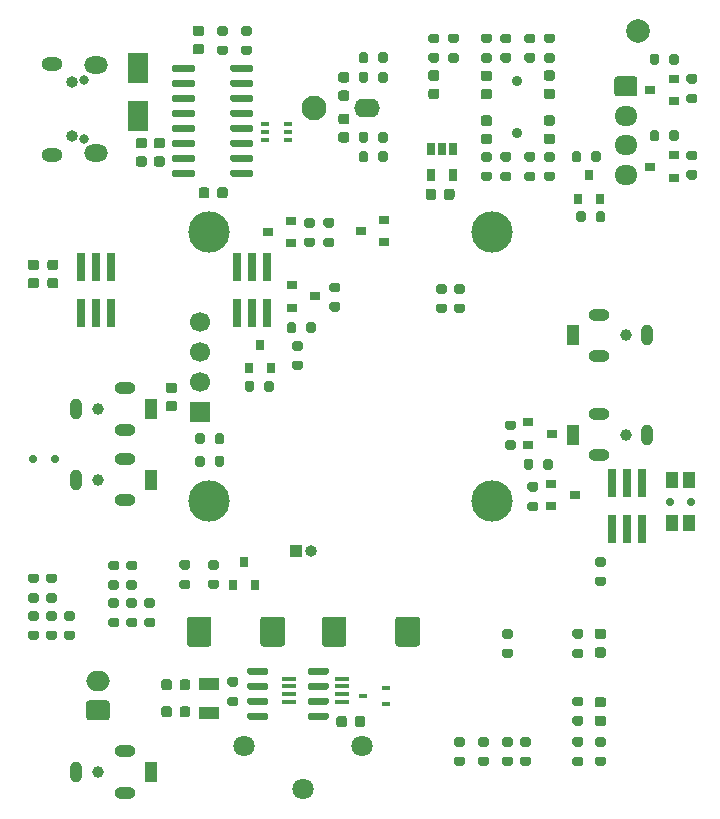
<source format=gbr>
%TF.GenerationSoftware,KiCad,Pcbnew,(5.1.10)-1*%
%TF.CreationDate,2022-01-19T08:49:31+07:00*%
%TF.ProjectId,Digital_module_v3,44696769-7461-46c5-9f6d-6f64756c655f,rev?*%
%TF.SameCoordinates,Original*%
%TF.FileFunction,Soldermask,Bot*%
%TF.FilePolarity,Negative*%
%FSLAX46Y46*%
G04 Gerber Fmt 4.6, Leading zero omitted, Abs format (unit mm)*
G04 Created by KiCad (PCBNEW (5.1.10)-1) date 2022-01-19 08:49:31*
%MOMM*%
%LPD*%
G01*
G04 APERTURE LIST*
%ADD10R,0.740000X2.400000*%
%ADD11C,3.500000*%
%ADD12C,1.700000*%
%ADD13R,1.700000X1.700000*%
%ADD14R,0.800000X0.900000*%
%ADD15R,0.900000X0.800000*%
%ADD16O,1.000000X1.000000*%
%ADD17R,1.000000X1.000000*%
%ADD18C,2.000000*%
%ADD19C,0.700000*%
%ADD20R,0.650000X0.400000*%
%ADD21R,0.650000X1.060000*%
%ADD22R,1.800000X1.000000*%
%ADD23C,1.800000*%
%ADD24R,1.300000X0.450000*%
%ADD25R,0.700000X0.450000*%
%ADD26R,1.800000X2.500000*%
%ADD27O,1.950000X1.700000*%
%ADD28O,2.000000X1.700000*%
%ADD29O,1.000000X1.800000*%
%ADD30R,1.000000X1.800000*%
%ADD31O,1.800000X1.000000*%
%ADD32C,1.000000*%
%ADD33C,2.100000*%
%ADD34O,2.200000X1.600000*%
%ADD35C,0.900000*%
%ADD36O,0.800000X0.800000*%
%ADD37O,1.800000X1.150000*%
%ADD38O,2.000000X1.450000*%
%ADD39R,1.050000X1.400000*%
G04 APERTURE END LIST*
D10*
%TO.C,U2*%
X122479000Y-115427000D03*
X121209000Y-115427000D03*
X123749000Y-115427000D03*
X122479000Y-119327000D03*
X121209000Y-119327000D03*
X123749000Y-119327000D03*
%TD*%
%TO.C,U1*%
X89459000Y-97150000D03*
X91999000Y-97150000D03*
X90729000Y-97150000D03*
X89459000Y-101050000D03*
X91999000Y-101050000D03*
X90729000Y-101050000D03*
X76251000Y-97150000D03*
X78791000Y-97150000D03*
X77521000Y-97150000D03*
X76251000Y-101050000D03*
X78791000Y-101050000D03*
X77521000Y-101050000D03*
%TD*%
D11*
%TO.C,U8*%
X111048800Y-116987800D03*
X111048800Y-94187800D03*
X87048800Y-94187800D03*
X87048800Y-116987800D03*
D12*
X86318800Y-101777800D03*
X86318800Y-104317800D03*
X86318800Y-106857800D03*
D13*
X86318800Y-109397800D03*
%TD*%
%TO.C,R39*%
G36*
G01*
X85288800Y-122751800D02*
X84738800Y-122751800D01*
G75*
G02*
X84538800Y-122551800I0J200000D01*
G01*
X84538800Y-122151800D01*
G75*
G02*
X84738800Y-121951800I200000J0D01*
G01*
X85288800Y-121951800D01*
G75*
G02*
X85488800Y-122151800I0J-200000D01*
G01*
X85488800Y-122551800D01*
G75*
G02*
X85288800Y-122751800I-200000J0D01*
G01*
G37*
G36*
G01*
X85288800Y-124401800D02*
X84738800Y-124401800D01*
G75*
G02*
X84538800Y-124201800I0J200000D01*
G01*
X84538800Y-123801800D01*
G75*
G02*
X84738800Y-123601800I200000J0D01*
G01*
X85288800Y-123601800D01*
G75*
G02*
X85488800Y-123801800I0J-200000D01*
G01*
X85488800Y-124201800D01*
G75*
G02*
X85288800Y-124401800I-200000J0D01*
G01*
G37*
%TD*%
%TO.C,R37*%
G36*
G01*
X87151800Y-123601800D02*
X87701800Y-123601800D01*
G75*
G02*
X87901800Y-123801800I0J-200000D01*
G01*
X87901800Y-124201800D01*
G75*
G02*
X87701800Y-124401800I-200000J0D01*
G01*
X87151800Y-124401800D01*
G75*
G02*
X86951800Y-124201800I0J200000D01*
G01*
X86951800Y-123801800D01*
G75*
G02*
X87151800Y-123601800I200000J0D01*
G01*
G37*
G36*
G01*
X87151800Y-121951800D02*
X87701800Y-121951800D01*
G75*
G02*
X87901800Y-122151800I0J-200000D01*
G01*
X87901800Y-122551800D01*
G75*
G02*
X87701800Y-122751800I-200000J0D01*
G01*
X87151800Y-122751800D01*
G75*
G02*
X86951800Y-122551800I0J200000D01*
G01*
X86951800Y-122151800D01*
G75*
G02*
X87151800Y-121951800I200000J0D01*
G01*
G37*
%TD*%
%TO.C,R35*%
G36*
G01*
X86684800Y-111408800D02*
X86684800Y-111958800D01*
G75*
G02*
X86484800Y-112158800I-200000J0D01*
G01*
X86084800Y-112158800D01*
G75*
G02*
X85884800Y-111958800I0J200000D01*
G01*
X85884800Y-111408800D01*
G75*
G02*
X86084800Y-111208800I200000J0D01*
G01*
X86484800Y-111208800D01*
G75*
G02*
X86684800Y-111408800I0J-200000D01*
G01*
G37*
G36*
G01*
X88334800Y-111408800D02*
X88334800Y-111958800D01*
G75*
G02*
X88134800Y-112158800I-200000J0D01*
G01*
X87734800Y-112158800D01*
G75*
G02*
X87534800Y-111958800I0J200000D01*
G01*
X87534800Y-111408800D01*
G75*
G02*
X87734800Y-111208800I200000J0D01*
G01*
X88134800Y-111208800D01*
G75*
G02*
X88334800Y-111408800I0J-200000D01*
G01*
G37*
%TD*%
%TO.C,R32*%
G36*
G01*
X87534800Y-113863800D02*
X87534800Y-113313800D01*
G75*
G02*
X87734800Y-113113800I200000J0D01*
G01*
X88134800Y-113113800D01*
G75*
G02*
X88334800Y-113313800I0J-200000D01*
G01*
X88334800Y-113863800D01*
G75*
G02*
X88134800Y-114063800I-200000J0D01*
G01*
X87734800Y-114063800D01*
G75*
G02*
X87534800Y-113863800I0J200000D01*
G01*
G37*
G36*
G01*
X85884800Y-113863800D02*
X85884800Y-113313800D01*
G75*
G02*
X86084800Y-113113800I200000J0D01*
G01*
X86484800Y-113113800D01*
G75*
G02*
X86684800Y-113313800I0J-200000D01*
G01*
X86684800Y-113863800D01*
G75*
G02*
X86484800Y-114063800I-200000J0D01*
G01*
X86084800Y-114063800D01*
G75*
G02*
X85884800Y-113863800I0J200000D01*
G01*
G37*
%TD*%
%TO.C,R13*%
G36*
G01*
X97438800Y-100107800D02*
X97988800Y-100107800D01*
G75*
G02*
X98188800Y-100307800I0J-200000D01*
G01*
X98188800Y-100707800D01*
G75*
G02*
X97988800Y-100907800I-200000J0D01*
G01*
X97438800Y-100907800D01*
G75*
G02*
X97238800Y-100707800I0J200000D01*
G01*
X97238800Y-100307800D01*
G75*
G02*
X97438800Y-100107800I200000J0D01*
G01*
G37*
G36*
G01*
X97438800Y-98457800D02*
X97988800Y-98457800D01*
G75*
G02*
X98188800Y-98657800I0J-200000D01*
G01*
X98188800Y-99057800D01*
G75*
G02*
X97988800Y-99257800I-200000J0D01*
G01*
X97438800Y-99257800D01*
G75*
G02*
X97238800Y-99057800I0J200000D01*
G01*
X97238800Y-98657800D01*
G75*
G02*
X97438800Y-98457800I200000J0D01*
G01*
G37*
%TD*%
%TO.C,R4*%
G36*
G01*
X94431800Y-102010800D02*
X94431800Y-102560800D01*
G75*
G02*
X94231800Y-102760800I-200000J0D01*
G01*
X93831800Y-102760800D01*
G75*
G02*
X93631800Y-102560800I0J200000D01*
G01*
X93631800Y-102010800D01*
G75*
G02*
X93831800Y-101810800I200000J0D01*
G01*
X94231800Y-101810800D01*
G75*
G02*
X94431800Y-102010800I0J-200000D01*
G01*
G37*
G36*
G01*
X96081800Y-102010800D02*
X96081800Y-102560800D01*
G75*
G02*
X95881800Y-102760800I-200000J0D01*
G01*
X95481800Y-102760800D01*
G75*
G02*
X95281800Y-102560800I0J200000D01*
G01*
X95281800Y-102010800D01*
G75*
G02*
X95481800Y-101810800I200000J0D01*
G01*
X95881800Y-101810800D01*
G75*
G02*
X96081800Y-102010800I0J-200000D01*
G01*
G37*
%TD*%
D14*
%TO.C,Q16*%
X90027800Y-122097800D03*
X89077800Y-124097800D03*
X90977800Y-124097800D03*
%TD*%
D15*
%TO.C,Q4*%
X96062800Y-99618800D03*
X94062800Y-98668800D03*
X94062800Y-100568800D03*
%TD*%
%TO.C,R21*%
G36*
G01*
X107979800Y-100234800D02*
X108529800Y-100234800D01*
G75*
G02*
X108729800Y-100434800I0J-200000D01*
G01*
X108729800Y-100834800D01*
G75*
G02*
X108529800Y-101034800I-200000J0D01*
G01*
X107979800Y-101034800D01*
G75*
G02*
X107779800Y-100834800I0J200000D01*
G01*
X107779800Y-100434800D01*
G75*
G02*
X107979800Y-100234800I200000J0D01*
G01*
G37*
G36*
G01*
X107979800Y-98584800D02*
X108529800Y-98584800D01*
G75*
G02*
X108729800Y-98784800I0J-200000D01*
G01*
X108729800Y-99184800D01*
G75*
G02*
X108529800Y-99384800I-200000J0D01*
G01*
X107979800Y-99384800D01*
G75*
G02*
X107779800Y-99184800I0J200000D01*
G01*
X107779800Y-98784800D01*
G75*
G02*
X107979800Y-98584800I200000J0D01*
G01*
G37*
%TD*%
%TO.C,R22*%
G36*
G01*
X106455800Y-100234800D02*
X107005800Y-100234800D01*
G75*
G02*
X107205800Y-100434800I0J-200000D01*
G01*
X107205800Y-100834800D01*
G75*
G02*
X107005800Y-101034800I-200000J0D01*
G01*
X106455800Y-101034800D01*
G75*
G02*
X106255800Y-100834800I0J200000D01*
G01*
X106255800Y-100434800D01*
G75*
G02*
X106455800Y-100234800I200000J0D01*
G01*
G37*
G36*
G01*
X106455800Y-98584800D02*
X107005800Y-98584800D01*
G75*
G02*
X107205800Y-98784800I0J-200000D01*
G01*
X107205800Y-99184800D01*
G75*
G02*
X107005800Y-99384800I-200000J0D01*
G01*
X106455800Y-99384800D01*
G75*
G02*
X106255800Y-99184800I0J200000D01*
G01*
X106255800Y-98784800D01*
G75*
G02*
X106455800Y-98584800I200000J0D01*
G01*
G37*
%TD*%
%TO.C,Q1*%
X124415800Y-82153800D03*
X126415800Y-83103800D03*
X126415800Y-81203800D03*
%TD*%
%TO.C,Q2*%
X124415800Y-88635800D03*
X126415800Y-89585800D03*
X126415800Y-87685800D03*
%TD*%
%TO.C,R16*%
G36*
G01*
X95279800Y-94646800D02*
X95829800Y-94646800D01*
G75*
G02*
X96029800Y-94846800I0J-200000D01*
G01*
X96029800Y-95246800D01*
G75*
G02*
X95829800Y-95446800I-200000J0D01*
G01*
X95279800Y-95446800D01*
G75*
G02*
X95079800Y-95246800I0J200000D01*
G01*
X95079800Y-94846800D01*
G75*
G02*
X95279800Y-94646800I200000J0D01*
G01*
G37*
G36*
G01*
X95279800Y-92996800D02*
X95829800Y-92996800D01*
G75*
G02*
X96029800Y-93196800I0J-200000D01*
G01*
X96029800Y-93596800D01*
G75*
G02*
X95829800Y-93796800I-200000J0D01*
G01*
X95279800Y-93796800D01*
G75*
G02*
X95079800Y-93596800I0J200000D01*
G01*
X95079800Y-93196800D01*
G75*
G02*
X95279800Y-92996800I200000J0D01*
G01*
G37*
%TD*%
%TO.C,R17*%
G36*
G01*
X112297800Y-111791800D02*
X112847800Y-111791800D01*
G75*
G02*
X113047800Y-111991800I0J-200000D01*
G01*
X113047800Y-112391800D01*
G75*
G02*
X112847800Y-112591800I-200000J0D01*
G01*
X112297800Y-112591800D01*
G75*
G02*
X112097800Y-112391800I0J200000D01*
G01*
X112097800Y-111991800D01*
G75*
G02*
X112297800Y-111791800I200000J0D01*
G01*
G37*
G36*
G01*
X112297800Y-110141800D02*
X112847800Y-110141800D01*
G75*
G02*
X113047800Y-110341800I0J-200000D01*
G01*
X113047800Y-110741800D01*
G75*
G02*
X112847800Y-110941800I-200000J0D01*
G01*
X112297800Y-110941800D01*
G75*
G02*
X112097800Y-110741800I0J200000D01*
G01*
X112097800Y-110341800D01*
G75*
G02*
X112297800Y-110141800I200000J0D01*
G01*
G37*
%TD*%
%TO.C,R18*%
G36*
G01*
X114202800Y-116998800D02*
X114752800Y-116998800D01*
G75*
G02*
X114952800Y-117198800I0J-200000D01*
G01*
X114952800Y-117598800D01*
G75*
G02*
X114752800Y-117798800I-200000J0D01*
G01*
X114202800Y-117798800D01*
G75*
G02*
X114002800Y-117598800I0J200000D01*
G01*
X114002800Y-117198800D01*
G75*
G02*
X114202800Y-116998800I200000J0D01*
G01*
G37*
G36*
G01*
X114202800Y-115348800D02*
X114752800Y-115348800D01*
G75*
G02*
X114952800Y-115548800I0J-200000D01*
G01*
X114952800Y-115948800D01*
G75*
G02*
X114752800Y-116148800I-200000J0D01*
G01*
X114202800Y-116148800D01*
G75*
G02*
X114002800Y-115948800I0J200000D01*
G01*
X114002800Y-115548800D01*
G75*
G02*
X114202800Y-115348800I200000J0D01*
G01*
G37*
%TD*%
%TO.C,R1*%
G36*
G01*
X126014800Y-79827800D02*
X126014800Y-79277800D01*
G75*
G02*
X126214800Y-79077800I200000J0D01*
G01*
X126614800Y-79077800D01*
G75*
G02*
X126814800Y-79277800I0J-200000D01*
G01*
X126814800Y-79827800D01*
G75*
G02*
X126614800Y-80027800I-200000J0D01*
G01*
X126214800Y-80027800D01*
G75*
G02*
X126014800Y-79827800I0J200000D01*
G01*
G37*
G36*
G01*
X124364800Y-79827800D02*
X124364800Y-79277800D01*
G75*
G02*
X124564800Y-79077800I200000J0D01*
G01*
X124964800Y-79077800D01*
G75*
G02*
X125164800Y-79277800I0J-200000D01*
G01*
X125164800Y-79827800D01*
G75*
G02*
X124964800Y-80027800I-200000J0D01*
G01*
X124564800Y-80027800D01*
G75*
G02*
X124364800Y-79827800I0J200000D01*
G01*
G37*
%TD*%
%TO.C,R2*%
G36*
G01*
X126015800Y-86304800D02*
X126015800Y-85754800D01*
G75*
G02*
X126215800Y-85554800I200000J0D01*
G01*
X126615800Y-85554800D01*
G75*
G02*
X126815800Y-85754800I0J-200000D01*
G01*
X126815800Y-86304800D01*
G75*
G02*
X126615800Y-86504800I-200000J0D01*
G01*
X126215800Y-86504800D01*
G75*
G02*
X126015800Y-86304800I0J200000D01*
G01*
G37*
G36*
G01*
X124365800Y-86304800D02*
X124365800Y-85754800D01*
G75*
G02*
X124565800Y-85554800I200000J0D01*
G01*
X124965800Y-85554800D01*
G75*
G02*
X125165800Y-85754800I0J-200000D01*
G01*
X125165800Y-86304800D01*
G75*
G02*
X124965800Y-86504800I-200000J0D01*
G01*
X124565800Y-86504800D01*
G75*
G02*
X124365800Y-86304800I0J200000D01*
G01*
G37*
%TD*%
%TO.C,R3*%
G36*
G01*
X119410800Y-88082800D02*
X119410800Y-87532800D01*
G75*
G02*
X119610800Y-87332800I200000J0D01*
G01*
X120010800Y-87332800D01*
G75*
G02*
X120210800Y-87532800I0J-200000D01*
G01*
X120210800Y-88082800D01*
G75*
G02*
X120010800Y-88282800I-200000J0D01*
G01*
X119610800Y-88282800D01*
G75*
G02*
X119410800Y-88082800I0J200000D01*
G01*
G37*
G36*
G01*
X117760800Y-88082800D02*
X117760800Y-87532800D01*
G75*
G02*
X117960800Y-87332800I200000J0D01*
G01*
X118360800Y-87332800D01*
G75*
G02*
X118560800Y-87532800I0J-200000D01*
G01*
X118560800Y-88082800D01*
G75*
G02*
X118360800Y-88282800I-200000J0D01*
G01*
X117960800Y-88282800D01*
G75*
G02*
X117760800Y-88082800I0J200000D01*
G01*
G37*
%TD*%
%TO.C,Q7*%
X92030800Y-94157800D03*
X94030800Y-95107800D03*
X94030800Y-93207800D03*
%TD*%
%TO.C,Q8*%
X116096800Y-111241800D03*
X114096800Y-110291800D03*
X114096800Y-112191800D03*
%TD*%
%TO.C,Q9*%
X118001800Y-116448800D03*
X116001800Y-115498800D03*
X116001800Y-117398800D03*
%TD*%
D14*
%TO.C,Q3*%
X119242800Y-89363800D03*
X118292800Y-91363800D03*
X120192800Y-91363800D03*
%TD*%
%TO.C,Q5*%
X91363800Y-103698800D03*
X90413800Y-105698800D03*
X92313800Y-105698800D03*
%TD*%
D15*
%TO.C,Q6*%
X99904800Y-94091800D03*
X101904800Y-95041800D03*
X101904800Y-93141800D03*
%TD*%
%TO.C,R12*%
G36*
G01*
X118942800Y-92612800D02*
X118942800Y-93162800D01*
G75*
G02*
X118742800Y-93362800I-200000J0D01*
G01*
X118342800Y-93362800D01*
G75*
G02*
X118142800Y-93162800I0J200000D01*
G01*
X118142800Y-92612800D01*
G75*
G02*
X118342800Y-92412800I200000J0D01*
G01*
X118742800Y-92412800D01*
G75*
G02*
X118942800Y-92612800I0J-200000D01*
G01*
G37*
G36*
G01*
X120592800Y-92612800D02*
X120592800Y-93162800D01*
G75*
G02*
X120392800Y-93362800I-200000J0D01*
G01*
X119992800Y-93362800D01*
G75*
G02*
X119792800Y-93162800I0J200000D01*
G01*
X119792800Y-92612800D01*
G75*
G02*
X119992800Y-92412800I200000J0D01*
G01*
X120392800Y-92412800D01*
G75*
G02*
X120592800Y-92612800I0J-200000D01*
G01*
G37*
%TD*%
%TO.C,R14*%
G36*
G01*
X90875800Y-106963800D02*
X90875800Y-107513800D01*
G75*
G02*
X90675800Y-107713800I-200000J0D01*
G01*
X90275800Y-107713800D01*
G75*
G02*
X90075800Y-107513800I0J200000D01*
G01*
X90075800Y-106963800D01*
G75*
G02*
X90275800Y-106763800I200000J0D01*
G01*
X90675800Y-106763800D01*
G75*
G02*
X90875800Y-106963800I0J-200000D01*
G01*
G37*
G36*
G01*
X92525800Y-106963800D02*
X92525800Y-107513800D01*
G75*
G02*
X92325800Y-107713800I-200000J0D01*
G01*
X91925800Y-107713800D01*
G75*
G02*
X91725800Y-107513800I0J200000D01*
G01*
X91725800Y-106963800D01*
G75*
G02*
X91925800Y-106763800I200000J0D01*
G01*
X92325800Y-106763800D01*
G75*
G02*
X92525800Y-106963800I0J-200000D01*
G01*
G37*
%TD*%
%TO.C,R5*%
G36*
G01*
X94813800Y-104210800D02*
X94263800Y-104210800D01*
G75*
G02*
X94063800Y-104010800I0J200000D01*
G01*
X94063800Y-103610800D01*
G75*
G02*
X94263800Y-103410800I200000J0D01*
G01*
X94813800Y-103410800D01*
G75*
G02*
X95013800Y-103610800I0J-200000D01*
G01*
X95013800Y-104010800D01*
G75*
G02*
X94813800Y-104210800I-200000J0D01*
G01*
G37*
G36*
G01*
X94813800Y-105860800D02*
X94263800Y-105860800D01*
G75*
G02*
X94063800Y-105660800I0J200000D01*
G01*
X94063800Y-105260800D01*
G75*
G02*
X94263800Y-105060800I200000J0D01*
G01*
X94813800Y-105060800D01*
G75*
G02*
X95013800Y-105260800I0J-200000D01*
G01*
X95013800Y-105660800D01*
G75*
G02*
X94813800Y-105860800I-200000J0D01*
G01*
G37*
%TD*%
%TO.C,R7*%
G36*
G01*
X96930800Y-94645800D02*
X97480800Y-94645800D01*
G75*
G02*
X97680800Y-94845800I0J-200000D01*
G01*
X97680800Y-95245800D01*
G75*
G02*
X97480800Y-95445800I-200000J0D01*
G01*
X96930800Y-95445800D01*
G75*
G02*
X96730800Y-95245800I0J200000D01*
G01*
X96730800Y-94845800D01*
G75*
G02*
X96930800Y-94645800I200000J0D01*
G01*
G37*
G36*
G01*
X96930800Y-92995800D02*
X97480800Y-92995800D01*
G75*
G02*
X97680800Y-93195800I0J-200000D01*
G01*
X97680800Y-93595800D01*
G75*
G02*
X97480800Y-93795800I-200000J0D01*
G01*
X96930800Y-93795800D01*
G75*
G02*
X96730800Y-93595800I0J200000D01*
G01*
X96730800Y-93195800D01*
G75*
G02*
X96930800Y-92995800I200000J0D01*
G01*
G37*
%TD*%
%TO.C,R8*%
G36*
G01*
X114496800Y-113567800D02*
X114496800Y-114117800D01*
G75*
G02*
X114296800Y-114317800I-200000J0D01*
G01*
X113896800Y-114317800D01*
G75*
G02*
X113696800Y-114117800I0J200000D01*
G01*
X113696800Y-113567800D01*
G75*
G02*
X113896800Y-113367800I200000J0D01*
G01*
X114296800Y-113367800D01*
G75*
G02*
X114496800Y-113567800I0J-200000D01*
G01*
G37*
G36*
G01*
X116146800Y-113567800D02*
X116146800Y-114117800D01*
G75*
G02*
X115946800Y-114317800I-200000J0D01*
G01*
X115546800Y-114317800D01*
G75*
G02*
X115346800Y-114117800I0J200000D01*
G01*
X115346800Y-113567800D01*
G75*
G02*
X115546800Y-113367800I200000J0D01*
G01*
X115946800Y-113367800D01*
G75*
G02*
X116146800Y-113567800I0J-200000D01*
G01*
G37*
%TD*%
%TO.C,R10*%
G36*
G01*
X128214800Y-81604800D02*
X127664800Y-81604800D01*
G75*
G02*
X127464800Y-81404800I0J200000D01*
G01*
X127464800Y-81004800D01*
G75*
G02*
X127664800Y-80804800I200000J0D01*
G01*
X128214800Y-80804800D01*
G75*
G02*
X128414800Y-81004800I0J-200000D01*
G01*
X128414800Y-81404800D01*
G75*
G02*
X128214800Y-81604800I-200000J0D01*
G01*
G37*
G36*
G01*
X128214800Y-83254800D02*
X127664800Y-83254800D01*
G75*
G02*
X127464800Y-83054800I0J200000D01*
G01*
X127464800Y-82654800D01*
G75*
G02*
X127664800Y-82454800I200000J0D01*
G01*
X128214800Y-82454800D01*
G75*
G02*
X128414800Y-82654800I0J-200000D01*
G01*
X128414800Y-83054800D01*
G75*
G02*
X128214800Y-83254800I-200000J0D01*
G01*
G37*
%TD*%
%TO.C,R11*%
G36*
G01*
X128214800Y-88080800D02*
X127664800Y-88080800D01*
G75*
G02*
X127464800Y-87880800I0J200000D01*
G01*
X127464800Y-87480800D01*
G75*
G02*
X127664800Y-87280800I200000J0D01*
G01*
X128214800Y-87280800D01*
G75*
G02*
X128414800Y-87480800I0J-200000D01*
G01*
X128414800Y-87880800D01*
G75*
G02*
X128214800Y-88080800I-200000J0D01*
G01*
G37*
G36*
G01*
X128214800Y-89730800D02*
X127664800Y-89730800D01*
G75*
G02*
X127464800Y-89530800I0J200000D01*
G01*
X127464800Y-89130800D01*
G75*
G02*
X127664800Y-88930800I200000J0D01*
G01*
X128214800Y-88930800D01*
G75*
G02*
X128414800Y-89130800I0J-200000D01*
G01*
X128414800Y-89530800D01*
G75*
G02*
X128214800Y-89730800I-200000J0D01*
G01*
G37*
%TD*%
D16*
%TO.C,JP2*%
X95681800Y-121208800D03*
D17*
X94411800Y-121208800D03*
%TD*%
%TO.C,R96*%
G36*
G01*
X74959800Y-127920800D02*
X75509800Y-127920800D01*
G75*
G02*
X75709800Y-128120800I0J-200000D01*
G01*
X75709800Y-128520800D01*
G75*
G02*
X75509800Y-128720800I-200000J0D01*
G01*
X74959800Y-128720800D01*
G75*
G02*
X74759800Y-128520800I0J200000D01*
G01*
X74759800Y-128120800D01*
G75*
G02*
X74959800Y-127920800I200000J0D01*
G01*
G37*
G36*
G01*
X74959800Y-126270800D02*
X75509800Y-126270800D01*
G75*
G02*
X75709800Y-126470800I0J-200000D01*
G01*
X75709800Y-126870800D01*
G75*
G02*
X75509800Y-127070800I-200000J0D01*
G01*
X74959800Y-127070800D01*
G75*
G02*
X74759800Y-126870800I0J200000D01*
G01*
X74759800Y-126470800D01*
G75*
G02*
X74959800Y-126270800I200000J0D01*
G01*
G37*
%TD*%
%TO.C,R87*%
G36*
G01*
X71911800Y-124745800D02*
X72461800Y-124745800D01*
G75*
G02*
X72661800Y-124945800I0J-200000D01*
G01*
X72661800Y-125345800D01*
G75*
G02*
X72461800Y-125545800I-200000J0D01*
G01*
X71911800Y-125545800D01*
G75*
G02*
X71711800Y-125345800I0J200000D01*
G01*
X71711800Y-124945800D01*
G75*
G02*
X71911800Y-124745800I200000J0D01*
G01*
G37*
G36*
G01*
X71911800Y-123095800D02*
X72461800Y-123095800D01*
G75*
G02*
X72661800Y-123295800I0J-200000D01*
G01*
X72661800Y-123695800D01*
G75*
G02*
X72461800Y-123895800I-200000J0D01*
G01*
X71911800Y-123895800D01*
G75*
G02*
X71711800Y-123695800I0J200000D01*
G01*
X71711800Y-123295800D01*
G75*
G02*
X71911800Y-123095800I200000J0D01*
G01*
G37*
%TD*%
%TO.C,R94*%
G36*
G01*
X80230300Y-125190300D02*
X80780300Y-125190300D01*
G75*
G02*
X80980300Y-125390300I0J-200000D01*
G01*
X80980300Y-125790300D01*
G75*
G02*
X80780300Y-125990300I-200000J0D01*
G01*
X80230300Y-125990300D01*
G75*
G02*
X80030300Y-125790300I0J200000D01*
G01*
X80030300Y-125390300D01*
G75*
G02*
X80230300Y-125190300I200000J0D01*
G01*
G37*
G36*
G01*
X80230300Y-126840300D02*
X80780300Y-126840300D01*
G75*
G02*
X80980300Y-127040300I0J-200000D01*
G01*
X80980300Y-127440300D01*
G75*
G02*
X80780300Y-127640300I-200000J0D01*
G01*
X80230300Y-127640300D01*
G75*
G02*
X80030300Y-127440300I0J200000D01*
G01*
X80030300Y-127040300D01*
G75*
G02*
X80230300Y-126840300I200000J0D01*
G01*
G37*
%TD*%
%TO.C,R88*%
G36*
G01*
X73435800Y-124745800D02*
X73985800Y-124745800D01*
G75*
G02*
X74185800Y-124945800I0J-200000D01*
G01*
X74185800Y-125345800D01*
G75*
G02*
X73985800Y-125545800I-200000J0D01*
G01*
X73435800Y-125545800D01*
G75*
G02*
X73235800Y-125345800I0J200000D01*
G01*
X73235800Y-124945800D01*
G75*
G02*
X73435800Y-124745800I200000J0D01*
G01*
G37*
G36*
G01*
X73435800Y-123095800D02*
X73985800Y-123095800D01*
G75*
G02*
X74185800Y-123295800I0J-200000D01*
G01*
X74185800Y-123695800D01*
G75*
G02*
X73985800Y-123895800I-200000J0D01*
G01*
X73435800Y-123895800D01*
G75*
G02*
X73235800Y-123695800I0J200000D01*
G01*
X73235800Y-123295800D01*
G75*
G02*
X73435800Y-123095800I200000J0D01*
G01*
G37*
%TD*%
%TO.C,R89*%
G36*
G01*
X78706300Y-122016300D02*
X79256300Y-122016300D01*
G75*
G02*
X79456300Y-122216300I0J-200000D01*
G01*
X79456300Y-122616300D01*
G75*
G02*
X79256300Y-122816300I-200000J0D01*
G01*
X78706300Y-122816300D01*
G75*
G02*
X78506300Y-122616300I0J200000D01*
G01*
X78506300Y-122216300D01*
G75*
G02*
X78706300Y-122016300I200000J0D01*
G01*
G37*
G36*
G01*
X78706300Y-123666300D02*
X79256300Y-123666300D01*
G75*
G02*
X79456300Y-123866300I0J-200000D01*
G01*
X79456300Y-124266300D01*
G75*
G02*
X79256300Y-124466300I-200000J0D01*
G01*
X78706300Y-124466300D01*
G75*
G02*
X78506300Y-124266300I0J200000D01*
G01*
X78506300Y-123866300D01*
G75*
G02*
X78706300Y-123666300I200000J0D01*
G01*
G37*
%TD*%
%TO.C,R90*%
G36*
G01*
X80230300Y-122016300D02*
X80780300Y-122016300D01*
G75*
G02*
X80980300Y-122216300I0J-200000D01*
G01*
X80980300Y-122616300D01*
G75*
G02*
X80780300Y-122816300I-200000J0D01*
G01*
X80230300Y-122816300D01*
G75*
G02*
X80030300Y-122616300I0J200000D01*
G01*
X80030300Y-122216300D01*
G75*
G02*
X80230300Y-122016300I200000J0D01*
G01*
G37*
G36*
G01*
X80230300Y-123666300D02*
X80780300Y-123666300D01*
G75*
G02*
X80980300Y-123866300I0J-200000D01*
G01*
X80980300Y-124266300D01*
G75*
G02*
X80780300Y-124466300I-200000J0D01*
G01*
X80230300Y-124466300D01*
G75*
G02*
X80030300Y-124266300I0J200000D01*
G01*
X80030300Y-123866300D01*
G75*
G02*
X80230300Y-123666300I200000J0D01*
G01*
G37*
%TD*%
%TO.C,R91*%
G36*
G01*
X71911800Y-127919800D02*
X72461800Y-127919800D01*
G75*
G02*
X72661800Y-128119800I0J-200000D01*
G01*
X72661800Y-128519800D01*
G75*
G02*
X72461800Y-128719800I-200000J0D01*
G01*
X71911800Y-128719800D01*
G75*
G02*
X71711800Y-128519800I0J200000D01*
G01*
X71711800Y-128119800D01*
G75*
G02*
X71911800Y-127919800I200000J0D01*
G01*
G37*
G36*
G01*
X71911800Y-126269800D02*
X72461800Y-126269800D01*
G75*
G02*
X72661800Y-126469800I0J-200000D01*
G01*
X72661800Y-126869800D01*
G75*
G02*
X72461800Y-127069800I-200000J0D01*
G01*
X71911800Y-127069800D01*
G75*
G02*
X71711800Y-126869800I0J200000D01*
G01*
X71711800Y-126469800D01*
G75*
G02*
X71911800Y-126269800I200000J0D01*
G01*
G37*
%TD*%
%TO.C,R92*%
G36*
G01*
X73435800Y-127919800D02*
X73985800Y-127919800D01*
G75*
G02*
X74185800Y-128119800I0J-200000D01*
G01*
X74185800Y-128519800D01*
G75*
G02*
X73985800Y-128719800I-200000J0D01*
G01*
X73435800Y-128719800D01*
G75*
G02*
X73235800Y-128519800I0J200000D01*
G01*
X73235800Y-128119800D01*
G75*
G02*
X73435800Y-127919800I200000J0D01*
G01*
G37*
G36*
G01*
X73435800Y-126269800D02*
X73985800Y-126269800D01*
G75*
G02*
X74185800Y-126469800I0J-200000D01*
G01*
X74185800Y-126869800D01*
G75*
G02*
X73985800Y-127069800I-200000J0D01*
G01*
X73435800Y-127069800D01*
G75*
G02*
X73235800Y-126869800I0J200000D01*
G01*
X73235800Y-126469800D01*
G75*
G02*
X73435800Y-126269800I200000J0D01*
G01*
G37*
%TD*%
%TO.C,R93*%
G36*
G01*
X78706300Y-125190300D02*
X79256300Y-125190300D01*
G75*
G02*
X79456300Y-125390300I0J-200000D01*
G01*
X79456300Y-125790300D01*
G75*
G02*
X79256300Y-125990300I-200000J0D01*
G01*
X78706300Y-125990300D01*
G75*
G02*
X78506300Y-125790300I0J200000D01*
G01*
X78506300Y-125390300D01*
G75*
G02*
X78706300Y-125190300I200000J0D01*
G01*
G37*
G36*
G01*
X78706300Y-126840300D02*
X79256300Y-126840300D01*
G75*
G02*
X79456300Y-127040300I0J-200000D01*
G01*
X79456300Y-127440300D01*
G75*
G02*
X79256300Y-127640300I-200000J0D01*
G01*
X78706300Y-127640300D01*
G75*
G02*
X78506300Y-127440300I0J200000D01*
G01*
X78506300Y-127040300D01*
G75*
G02*
X78706300Y-126840300I200000J0D01*
G01*
G37*
%TD*%
%TO.C,R95*%
G36*
G01*
X81754300Y-125190300D02*
X82304300Y-125190300D01*
G75*
G02*
X82504300Y-125390300I0J-200000D01*
G01*
X82504300Y-125790300D01*
G75*
G02*
X82304300Y-125990300I-200000J0D01*
G01*
X81754300Y-125990300D01*
G75*
G02*
X81554300Y-125790300I0J200000D01*
G01*
X81554300Y-125390300D01*
G75*
G02*
X81754300Y-125190300I200000J0D01*
G01*
G37*
G36*
G01*
X81754300Y-126840300D02*
X82304300Y-126840300D01*
G75*
G02*
X82504300Y-127040300I0J-200000D01*
G01*
X82504300Y-127440300D01*
G75*
G02*
X82304300Y-127640300I-200000J0D01*
G01*
X81754300Y-127640300D01*
G75*
G02*
X81554300Y-127440300I0J200000D01*
G01*
X81554300Y-127040300D01*
G75*
G02*
X81754300Y-126840300I200000J0D01*
G01*
G37*
%TD*%
D18*
%TO.C,TP1*%
X123367800Y-77139800D03*
%TD*%
%TO.C,C10*%
G36*
G01*
X91407800Y-129028300D02*
X91407800Y-126978300D01*
G75*
G02*
X91657800Y-126728300I250000J0D01*
G01*
X93232800Y-126728300D01*
G75*
G02*
X93482800Y-126978300I0J-250000D01*
G01*
X93482800Y-129028300D01*
G75*
G02*
X93232800Y-129278300I-250000J0D01*
G01*
X91657800Y-129278300D01*
G75*
G02*
X91407800Y-129028300I0J250000D01*
G01*
G37*
G36*
G01*
X85182800Y-129028300D02*
X85182800Y-126978300D01*
G75*
G02*
X85432800Y-126728300I250000J0D01*
G01*
X87007800Y-126728300D01*
G75*
G02*
X87257800Y-126978300I0J-250000D01*
G01*
X87257800Y-129028300D01*
G75*
G02*
X87007800Y-129278300I-250000J0D01*
G01*
X85432800Y-129278300D01*
G75*
G02*
X85182800Y-129028300I0J250000D01*
G01*
G37*
%TD*%
%TO.C,C12*%
G36*
G01*
X98687800Y-126978300D02*
X98687800Y-129028300D01*
G75*
G02*
X98437800Y-129278300I-250000J0D01*
G01*
X96862800Y-129278300D01*
G75*
G02*
X96612800Y-129028300I0J250000D01*
G01*
X96612800Y-126978300D01*
G75*
G02*
X96862800Y-126728300I250000J0D01*
G01*
X98437800Y-126728300D01*
G75*
G02*
X98687800Y-126978300I0J-250000D01*
G01*
G37*
G36*
G01*
X104912800Y-126978300D02*
X104912800Y-129028300D01*
G75*
G02*
X104662800Y-129278300I-250000J0D01*
G01*
X103087800Y-129278300D01*
G75*
G02*
X102837800Y-129028300I0J250000D01*
G01*
X102837800Y-126978300D01*
G75*
G02*
X103087800Y-126728300I250000J0D01*
G01*
X104662800Y-126728300D01*
G75*
G02*
X104912800Y-126978300I0J-250000D01*
G01*
G37*
%TD*%
D19*
%TO.C,SW1*%
X72175800Y-113398300D03*
X73975800Y-113398300D03*
%TD*%
D20*
%TO.C,Q21*%
X93710800Y-86362300D03*
X93710800Y-85062300D03*
X91810800Y-85712300D03*
X93710800Y-85712300D03*
X91810800Y-85062300D03*
X91810800Y-86362300D03*
%TD*%
%TO.C,R86*%
G36*
G01*
X120467800Y-137738800D02*
X119917800Y-137738800D01*
G75*
G02*
X119717800Y-137538800I0J200000D01*
G01*
X119717800Y-137138800D01*
G75*
G02*
X119917800Y-136938800I200000J0D01*
G01*
X120467800Y-136938800D01*
G75*
G02*
X120667800Y-137138800I0J-200000D01*
G01*
X120667800Y-137538800D01*
G75*
G02*
X120467800Y-137738800I-200000J0D01*
G01*
G37*
G36*
G01*
X120467800Y-139388800D02*
X119917800Y-139388800D01*
G75*
G02*
X119717800Y-139188800I0J200000D01*
G01*
X119717800Y-138788800D01*
G75*
G02*
X119917800Y-138588800I200000J0D01*
G01*
X120467800Y-138588800D01*
G75*
G02*
X120667800Y-138788800I0J-200000D01*
G01*
X120667800Y-139188800D01*
G75*
G02*
X120467800Y-139388800I-200000J0D01*
G01*
G37*
%TD*%
%TO.C,R85*%
G36*
G01*
X118562800Y-137737800D02*
X118012800Y-137737800D01*
G75*
G02*
X117812800Y-137537800I0J200000D01*
G01*
X117812800Y-137137800D01*
G75*
G02*
X118012800Y-136937800I200000J0D01*
G01*
X118562800Y-136937800D01*
G75*
G02*
X118762800Y-137137800I0J-200000D01*
G01*
X118762800Y-137537800D01*
G75*
G02*
X118562800Y-137737800I-200000J0D01*
G01*
G37*
G36*
G01*
X118562800Y-139387800D02*
X118012800Y-139387800D01*
G75*
G02*
X117812800Y-139187800I0J200000D01*
G01*
X117812800Y-138787800D01*
G75*
G02*
X118012800Y-138587800I200000J0D01*
G01*
X118562800Y-138587800D01*
G75*
G02*
X118762800Y-138787800I0J-200000D01*
G01*
X118762800Y-139187800D01*
G75*
G02*
X118562800Y-139387800I-200000J0D01*
G01*
G37*
%TD*%
%TO.C,R43*%
G36*
G01*
X112043800Y-129444800D02*
X112593800Y-129444800D01*
G75*
G02*
X112793800Y-129644800I0J-200000D01*
G01*
X112793800Y-130044800D01*
G75*
G02*
X112593800Y-130244800I-200000J0D01*
G01*
X112043800Y-130244800D01*
G75*
G02*
X111843800Y-130044800I0J200000D01*
G01*
X111843800Y-129644800D01*
G75*
G02*
X112043800Y-129444800I200000J0D01*
G01*
G37*
G36*
G01*
X112043800Y-127794800D02*
X112593800Y-127794800D01*
G75*
G02*
X112793800Y-127994800I0J-200000D01*
G01*
X112793800Y-128394800D01*
G75*
G02*
X112593800Y-128594800I-200000J0D01*
G01*
X112043800Y-128594800D01*
G75*
G02*
X111843800Y-128394800I0J200000D01*
G01*
X111843800Y-127994800D01*
G75*
G02*
X112043800Y-127794800I200000J0D01*
G01*
G37*
%TD*%
%TO.C,R59*%
G36*
G01*
X88463800Y-77539800D02*
X87913800Y-77539800D01*
G75*
G02*
X87713800Y-77339800I0J200000D01*
G01*
X87713800Y-76939800D01*
G75*
G02*
X87913800Y-76739800I200000J0D01*
G01*
X88463800Y-76739800D01*
G75*
G02*
X88663800Y-76939800I0J-200000D01*
G01*
X88663800Y-77339800D01*
G75*
G02*
X88463800Y-77539800I-200000J0D01*
G01*
G37*
G36*
G01*
X88463800Y-79189800D02*
X87913800Y-79189800D01*
G75*
G02*
X87713800Y-78989800I0J200000D01*
G01*
X87713800Y-78589800D01*
G75*
G02*
X87913800Y-78389800I200000J0D01*
G01*
X88463800Y-78389800D01*
G75*
G02*
X88663800Y-78589800I0J-200000D01*
G01*
X88663800Y-78989800D01*
G75*
G02*
X88463800Y-79189800I-200000J0D01*
G01*
G37*
%TD*%
%TO.C,R58*%
G36*
G01*
X100527800Y-80801800D02*
X100527800Y-81351800D01*
G75*
G02*
X100327800Y-81551800I-200000J0D01*
G01*
X99927800Y-81551800D01*
G75*
G02*
X99727800Y-81351800I0J200000D01*
G01*
X99727800Y-80801800D01*
G75*
G02*
X99927800Y-80601800I200000J0D01*
G01*
X100327800Y-80601800D01*
G75*
G02*
X100527800Y-80801800I0J-200000D01*
G01*
G37*
G36*
G01*
X102177800Y-80801800D02*
X102177800Y-81351800D01*
G75*
G02*
X101977800Y-81551800I-200000J0D01*
G01*
X101577800Y-81551800D01*
G75*
G02*
X101377800Y-81351800I0J200000D01*
G01*
X101377800Y-80801800D01*
G75*
G02*
X101577800Y-80601800I200000J0D01*
G01*
X101977800Y-80601800D01*
G75*
G02*
X102177800Y-80801800I0J-200000D01*
G01*
G37*
%TD*%
%TO.C,R57*%
G36*
G01*
X100527800Y-85881800D02*
X100527800Y-86431800D01*
G75*
G02*
X100327800Y-86631800I-200000J0D01*
G01*
X99927800Y-86631800D01*
G75*
G02*
X99727800Y-86431800I0J200000D01*
G01*
X99727800Y-85881800D01*
G75*
G02*
X99927800Y-85681800I200000J0D01*
G01*
X100327800Y-85681800D01*
G75*
G02*
X100527800Y-85881800I0J-200000D01*
G01*
G37*
G36*
G01*
X102177800Y-85881800D02*
X102177800Y-86431800D01*
G75*
G02*
X101977800Y-86631800I-200000J0D01*
G01*
X101577800Y-86631800D01*
G75*
G02*
X101377800Y-86431800I0J200000D01*
G01*
X101377800Y-85881800D01*
G75*
G02*
X101577800Y-85681800I200000J0D01*
G01*
X101977800Y-85681800D01*
G75*
G02*
X102177800Y-85881800I0J-200000D01*
G01*
G37*
%TD*%
%TO.C,R56*%
G36*
G01*
X90495800Y-77540800D02*
X89945800Y-77540800D01*
G75*
G02*
X89745800Y-77340800I0J200000D01*
G01*
X89745800Y-76940800D01*
G75*
G02*
X89945800Y-76740800I200000J0D01*
G01*
X90495800Y-76740800D01*
G75*
G02*
X90695800Y-76940800I0J-200000D01*
G01*
X90695800Y-77340800D01*
G75*
G02*
X90495800Y-77540800I-200000J0D01*
G01*
G37*
G36*
G01*
X90495800Y-79190800D02*
X89945800Y-79190800D01*
G75*
G02*
X89745800Y-78990800I0J200000D01*
G01*
X89745800Y-78590800D01*
G75*
G02*
X89945800Y-78390800I200000J0D01*
G01*
X90495800Y-78390800D01*
G75*
G02*
X90695800Y-78590800I0J-200000D01*
G01*
X90695800Y-78990800D01*
G75*
G02*
X90495800Y-79190800I-200000J0D01*
G01*
G37*
%TD*%
%TO.C,R55*%
G36*
G01*
X100527800Y-79150800D02*
X100527800Y-79700800D01*
G75*
G02*
X100327800Y-79900800I-200000J0D01*
G01*
X99927800Y-79900800D01*
G75*
G02*
X99727800Y-79700800I0J200000D01*
G01*
X99727800Y-79150800D01*
G75*
G02*
X99927800Y-78950800I200000J0D01*
G01*
X100327800Y-78950800D01*
G75*
G02*
X100527800Y-79150800I0J-200000D01*
G01*
G37*
G36*
G01*
X102177800Y-79150800D02*
X102177800Y-79700800D01*
G75*
G02*
X101977800Y-79900800I-200000J0D01*
G01*
X101577800Y-79900800D01*
G75*
G02*
X101377800Y-79700800I0J200000D01*
G01*
X101377800Y-79150800D01*
G75*
G02*
X101577800Y-78950800I200000J0D01*
G01*
X101977800Y-78950800D01*
G75*
G02*
X102177800Y-79150800I0J-200000D01*
G01*
G37*
%TD*%
%TO.C,R54*%
G36*
G01*
X100527800Y-87532800D02*
X100527800Y-88082800D01*
G75*
G02*
X100327800Y-88282800I-200000J0D01*
G01*
X99927800Y-88282800D01*
G75*
G02*
X99727800Y-88082800I0J200000D01*
G01*
X99727800Y-87532800D01*
G75*
G02*
X99927800Y-87332800I200000J0D01*
G01*
X100327800Y-87332800D01*
G75*
G02*
X100527800Y-87532800I0J-200000D01*
G01*
G37*
G36*
G01*
X102177800Y-87532800D02*
X102177800Y-88082800D01*
G75*
G02*
X101977800Y-88282800I-200000J0D01*
G01*
X101577800Y-88282800D01*
G75*
G02*
X101377800Y-88082800I0J200000D01*
G01*
X101377800Y-87532800D01*
G75*
G02*
X101577800Y-87332800I200000J0D01*
G01*
X101977800Y-87332800D01*
G75*
G02*
X102177800Y-87532800I0J-200000D01*
G01*
G37*
%TD*%
%TO.C,R53*%
G36*
G01*
X110815800Y-88208800D02*
X110265800Y-88208800D01*
G75*
G02*
X110065800Y-88008800I0J200000D01*
G01*
X110065800Y-87608800D01*
G75*
G02*
X110265800Y-87408800I200000J0D01*
G01*
X110815800Y-87408800D01*
G75*
G02*
X111015800Y-87608800I0J-200000D01*
G01*
X111015800Y-88008800D01*
G75*
G02*
X110815800Y-88208800I-200000J0D01*
G01*
G37*
G36*
G01*
X110815800Y-89858800D02*
X110265800Y-89858800D01*
G75*
G02*
X110065800Y-89658800I0J200000D01*
G01*
X110065800Y-89258800D01*
G75*
G02*
X110265800Y-89058800I200000J0D01*
G01*
X110815800Y-89058800D01*
G75*
G02*
X111015800Y-89258800I0J-200000D01*
G01*
X111015800Y-89658800D01*
G75*
G02*
X110815800Y-89858800I-200000J0D01*
G01*
G37*
%TD*%
%TO.C,R52*%
G36*
G01*
X105820800Y-79024800D02*
X106370800Y-79024800D01*
G75*
G02*
X106570800Y-79224800I0J-200000D01*
G01*
X106570800Y-79624800D01*
G75*
G02*
X106370800Y-79824800I-200000J0D01*
G01*
X105820800Y-79824800D01*
G75*
G02*
X105620800Y-79624800I0J200000D01*
G01*
X105620800Y-79224800D01*
G75*
G02*
X105820800Y-79024800I200000J0D01*
G01*
G37*
G36*
G01*
X105820800Y-77374800D02*
X106370800Y-77374800D01*
G75*
G02*
X106570800Y-77574800I0J-200000D01*
G01*
X106570800Y-77974800D01*
G75*
G02*
X106370800Y-78174800I-200000J0D01*
G01*
X105820800Y-78174800D01*
G75*
G02*
X105620800Y-77974800I0J200000D01*
G01*
X105620800Y-77574800D01*
G75*
G02*
X105820800Y-77374800I200000J0D01*
G01*
G37*
%TD*%
%TO.C,R51*%
G36*
G01*
X115599800Y-79024800D02*
X116149800Y-79024800D01*
G75*
G02*
X116349800Y-79224800I0J-200000D01*
G01*
X116349800Y-79624800D01*
G75*
G02*
X116149800Y-79824800I-200000J0D01*
G01*
X115599800Y-79824800D01*
G75*
G02*
X115399800Y-79624800I0J200000D01*
G01*
X115399800Y-79224800D01*
G75*
G02*
X115599800Y-79024800I200000J0D01*
G01*
G37*
G36*
G01*
X115599800Y-77374800D02*
X116149800Y-77374800D01*
G75*
G02*
X116349800Y-77574800I0J-200000D01*
G01*
X116349800Y-77974800D01*
G75*
G02*
X116149800Y-78174800I-200000J0D01*
G01*
X115599800Y-78174800D01*
G75*
G02*
X115399800Y-77974800I0J200000D01*
G01*
X115399800Y-77574800D01*
G75*
G02*
X115599800Y-77374800I200000J0D01*
G01*
G37*
%TD*%
%TO.C,R50*%
G36*
G01*
X110265800Y-79024800D02*
X110815800Y-79024800D01*
G75*
G02*
X111015800Y-79224800I0J-200000D01*
G01*
X111015800Y-79624800D01*
G75*
G02*
X110815800Y-79824800I-200000J0D01*
G01*
X110265800Y-79824800D01*
G75*
G02*
X110065800Y-79624800I0J200000D01*
G01*
X110065800Y-79224800D01*
G75*
G02*
X110265800Y-79024800I200000J0D01*
G01*
G37*
G36*
G01*
X110265800Y-77374800D02*
X110815800Y-77374800D01*
G75*
G02*
X111015800Y-77574800I0J-200000D01*
G01*
X111015800Y-77974800D01*
G75*
G02*
X110815800Y-78174800I-200000J0D01*
G01*
X110265800Y-78174800D01*
G75*
G02*
X110065800Y-77974800I0J200000D01*
G01*
X110065800Y-77574800D01*
G75*
G02*
X110265800Y-77374800I200000J0D01*
G01*
G37*
%TD*%
%TO.C,R49*%
G36*
G01*
X116149800Y-88208800D02*
X115599800Y-88208800D01*
G75*
G02*
X115399800Y-88008800I0J200000D01*
G01*
X115399800Y-87608800D01*
G75*
G02*
X115599800Y-87408800I200000J0D01*
G01*
X116149800Y-87408800D01*
G75*
G02*
X116349800Y-87608800I0J-200000D01*
G01*
X116349800Y-88008800D01*
G75*
G02*
X116149800Y-88208800I-200000J0D01*
G01*
G37*
G36*
G01*
X116149800Y-89858800D02*
X115599800Y-89858800D01*
G75*
G02*
X115399800Y-89658800I0J200000D01*
G01*
X115399800Y-89258800D01*
G75*
G02*
X115599800Y-89058800I200000J0D01*
G01*
X116149800Y-89058800D01*
G75*
G02*
X116349800Y-89258800I0J-200000D01*
G01*
X116349800Y-89658800D01*
G75*
G02*
X116149800Y-89858800I-200000J0D01*
G01*
G37*
%TD*%
%TO.C,R48*%
G36*
G01*
X112466800Y-88207800D02*
X111916800Y-88207800D01*
G75*
G02*
X111716800Y-88007800I0J200000D01*
G01*
X111716800Y-87607800D01*
G75*
G02*
X111916800Y-87407800I200000J0D01*
G01*
X112466800Y-87407800D01*
G75*
G02*
X112666800Y-87607800I0J-200000D01*
G01*
X112666800Y-88007800D01*
G75*
G02*
X112466800Y-88207800I-200000J0D01*
G01*
G37*
G36*
G01*
X112466800Y-89857800D02*
X111916800Y-89857800D01*
G75*
G02*
X111716800Y-89657800I0J200000D01*
G01*
X111716800Y-89257800D01*
G75*
G02*
X111916800Y-89057800I200000J0D01*
G01*
X112466800Y-89057800D01*
G75*
G02*
X112666800Y-89257800I0J-200000D01*
G01*
X112666800Y-89657800D01*
G75*
G02*
X112466800Y-89857800I-200000J0D01*
G01*
G37*
%TD*%
%TO.C,R47*%
G36*
G01*
X107471800Y-79024800D02*
X108021800Y-79024800D01*
G75*
G02*
X108221800Y-79224800I0J-200000D01*
G01*
X108221800Y-79624800D01*
G75*
G02*
X108021800Y-79824800I-200000J0D01*
G01*
X107471800Y-79824800D01*
G75*
G02*
X107271800Y-79624800I0J200000D01*
G01*
X107271800Y-79224800D01*
G75*
G02*
X107471800Y-79024800I200000J0D01*
G01*
G37*
G36*
G01*
X107471800Y-77374800D02*
X108021800Y-77374800D01*
G75*
G02*
X108221800Y-77574800I0J-200000D01*
G01*
X108221800Y-77974800D01*
G75*
G02*
X108021800Y-78174800I-200000J0D01*
G01*
X107471800Y-78174800D01*
G75*
G02*
X107271800Y-77974800I0J200000D01*
G01*
X107271800Y-77574800D01*
G75*
G02*
X107471800Y-77374800I200000J0D01*
G01*
G37*
%TD*%
%TO.C,R46*%
G36*
G01*
X113948800Y-79024800D02*
X114498800Y-79024800D01*
G75*
G02*
X114698800Y-79224800I0J-200000D01*
G01*
X114698800Y-79624800D01*
G75*
G02*
X114498800Y-79824800I-200000J0D01*
G01*
X113948800Y-79824800D01*
G75*
G02*
X113748800Y-79624800I0J200000D01*
G01*
X113748800Y-79224800D01*
G75*
G02*
X113948800Y-79024800I200000J0D01*
G01*
G37*
G36*
G01*
X113948800Y-77374800D02*
X114498800Y-77374800D01*
G75*
G02*
X114698800Y-77574800I0J-200000D01*
G01*
X114698800Y-77974800D01*
G75*
G02*
X114498800Y-78174800I-200000J0D01*
G01*
X113948800Y-78174800D01*
G75*
G02*
X113748800Y-77974800I0J200000D01*
G01*
X113748800Y-77574800D01*
G75*
G02*
X113948800Y-77374800I200000J0D01*
G01*
G37*
%TD*%
%TO.C,R45*%
G36*
G01*
X111916800Y-79024800D02*
X112466800Y-79024800D01*
G75*
G02*
X112666800Y-79224800I0J-200000D01*
G01*
X112666800Y-79624800D01*
G75*
G02*
X112466800Y-79824800I-200000J0D01*
G01*
X111916800Y-79824800D01*
G75*
G02*
X111716800Y-79624800I0J200000D01*
G01*
X111716800Y-79224800D01*
G75*
G02*
X111916800Y-79024800I200000J0D01*
G01*
G37*
G36*
G01*
X111916800Y-77374800D02*
X112466800Y-77374800D01*
G75*
G02*
X112666800Y-77574800I0J-200000D01*
G01*
X112666800Y-77974800D01*
G75*
G02*
X112466800Y-78174800I-200000J0D01*
G01*
X111916800Y-78174800D01*
G75*
G02*
X111716800Y-77974800I0J200000D01*
G01*
X111716800Y-77574800D01*
G75*
G02*
X111916800Y-77374800I200000J0D01*
G01*
G37*
%TD*%
%TO.C,R44*%
G36*
G01*
X114498800Y-88208800D02*
X113948800Y-88208800D01*
G75*
G02*
X113748800Y-88008800I0J200000D01*
G01*
X113748800Y-87608800D01*
G75*
G02*
X113948800Y-87408800I200000J0D01*
G01*
X114498800Y-87408800D01*
G75*
G02*
X114698800Y-87608800I0J-200000D01*
G01*
X114698800Y-88008800D01*
G75*
G02*
X114498800Y-88208800I-200000J0D01*
G01*
G37*
G36*
G01*
X114498800Y-89858800D02*
X113948800Y-89858800D01*
G75*
G02*
X113748800Y-89658800I0J200000D01*
G01*
X113748800Y-89258800D01*
G75*
G02*
X113948800Y-89058800I200000J0D01*
G01*
X114498800Y-89058800D01*
G75*
G02*
X114698800Y-89258800I0J-200000D01*
G01*
X114698800Y-89658800D01*
G75*
G02*
X114498800Y-89858800I-200000J0D01*
G01*
G37*
%TD*%
%TO.C,C32*%
G36*
G01*
X85906800Y-78239800D02*
X86406800Y-78239800D01*
G75*
G02*
X86631800Y-78464800I0J-225000D01*
G01*
X86631800Y-78914800D01*
G75*
G02*
X86406800Y-79139800I-225000J0D01*
G01*
X85906800Y-79139800D01*
G75*
G02*
X85681800Y-78914800I0J225000D01*
G01*
X85681800Y-78464800D01*
G75*
G02*
X85906800Y-78239800I225000J0D01*
G01*
G37*
G36*
G01*
X85906800Y-76689800D02*
X86406800Y-76689800D01*
G75*
G02*
X86631800Y-76914800I0J-225000D01*
G01*
X86631800Y-77364800D01*
G75*
G02*
X86406800Y-77589800I-225000J0D01*
G01*
X85906800Y-77589800D01*
G75*
G02*
X85681800Y-77364800I0J225000D01*
G01*
X85681800Y-76914800D01*
G75*
G02*
X85906800Y-76689800I225000J0D01*
G01*
G37*
%TD*%
%TO.C,C31*%
G36*
G01*
X98225800Y-82176800D02*
X98725800Y-82176800D01*
G75*
G02*
X98950800Y-82401800I0J-225000D01*
G01*
X98950800Y-82851800D01*
G75*
G02*
X98725800Y-83076800I-225000J0D01*
G01*
X98225800Y-83076800D01*
G75*
G02*
X98000800Y-82851800I0J225000D01*
G01*
X98000800Y-82401800D01*
G75*
G02*
X98225800Y-82176800I225000J0D01*
G01*
G37*
G36*
G01*
X98225800Y-80626800D02*
X98725800Y-80626800D01*
G75*
G02*
X98950800Y-80851800I0J-225000D01*
G01*
X98950800Y-81301800D01*
G75*
G02*
X98725800Y-81526800I-225000J0D01*
G01*
X98225800Y-81526800D01*
G75*
G02*
X98000800Y-81301800I0J225000D01*
G01*
X98000800Y-80851800D01*
G75*
G02*
X98225800Y-80626800I225000J0D01*
G01*
G37*
%TD*%
%TO.C,C30*%
G36*
G01*
X98725800Y-85056800D02*
X98225800Y-85056800D01*
G75*
G02*
X98000800Y-84831800I0J225000D01*
G01*
X98000800Y-84381800D01*
G75*
G02*
X98225800Y-84156800I225000J0D01*
G01*
X98725800Y-84156800D01*
G75*
G02*
X98950800Y-84381800I0J-225000D01*
G01*
X98950800Y-84831800D01*
G75*
G02*
X98725800Y-85056800I-225000J0D01*
G01*
G37*
G36*
G01*
X98725800Y-86606800D02*
X98225800Y-86606800D01*
G75*
G02*
X98000800Y-86381800I0J225000D01*
G01*
X98000800Y-85931800D01*
G75*
G02*
X98225800Y-85706800I225000J0D01*
G01*
X98725800Y-85706800D01*
G75*
G02*
X98950800Y-85931800I0J-225000D01*
G01*
X98950800Y-86381800D01*
G75*
G02*
X98725800Y-86606800I-225000J0D01*
G01*
G37*
%TD*%
%TO.C,C29*%
G36*
G01*
X106941800Y-91232800D02*
X106941800Y-90732800D01*
G75*
G02*
X107166800Y-90507800I225000J0D01*
G01*
X107616800Y-90507800D01*
G75*
G02*
X107841800Y-90732800I0J-225000D01*
G01*
X107841800Y-91232800D01*
G75*
G02*
X107616800Y-91457800I-225000J0D01*
G01*
X107166800Y-91457800D01*
G75*
G02*
X106941800Y-91232800I0J225000D01*
G01*
G37*
G36*
G01*
X105391800Y-91232800D02*
X105391800Y-90732800D01*
G75*
G02*
X105616800Y-90507800I225000J0D01*
G01*
X106066800Y-90507800D01*
G75*
G02*
X106291800Y-90732800I0J-225000D01*
G01*
X106291800Y-91232800D01*
G75*
G02*
X106066800Y-91457800I-225000J0D01*
G01*
X105616800Y-91457800D01*
G75*
G02*
X105391800Y-91232800I0J225000D01*
G01*
G37*
%TD*%
%TO.C,C28*%
G36*
G01*
X110790800Y-85196800D02*
X110290800Y-85196800D01*
G75*
G02*
X110065800Y-84971800I0J225000D01*
G01*
X110065800Y-84521800D01*
G75*
G02*
X110290800Y-84296800I225000J0D01*
G01*
X110790800Y-84296800D01*
G75*
G02*
X111015800Y-84521800I0J-225000D01*
G01*
X111015800Y-84971800D01*
G75*
G02*
X110790800Y-85196800I-225000J0D01*
G01*
G37*
G36*
G01*
X110790800Y-86746800D02*
X110290800Y-86746800D01*
G75*
G02*
X110065800Y-86521800I0J225000D01*
G01*
X110065800Y-86071800D01*
G75*
G02*
X110290800Y-85846800I225000J0D01*
G01*
X110790800Y-85846800D01*
G75*
G02*
X111015800Y-86071800I0J-225000D01*
G01*
X111015800Y-86521800D01*
G75*
G02*
X110790800Y-86746800I-225000J0D01*
G01*
G37*
%TD*%
%TO.C,C27*%
G36*
G01*
X105845800Y-82023800D02*
X106345800Y-82023800D01*
G75*
G02*
X106570800Y-82248800I0J-225000D01*
G01*
X106570800Y-82698800D01*
G75*
G02*
X106345800Y-82923800I-225000J0D01*
G01*
X105845800Y-82923800D01*
G75*
G02*
X105620800Y-82698800I0J225000D01*
G01*
X105620800Y-82248800D01*
G75*
G02*
X105845800Y-82023800I225000J0D01*
G01*
G37*
G36*
G01*
X105845800Y-80473800D02*
X106345800Y-80473800D01*
G75*
G02*
X106570800Y-80698800I0J-225000D01*
G01*
X106570800Y-81148800D01*
G75*
G02*
X106345800Y-81373800I-225000J0D01*
G01*
X105845800Y-81373800D01*
G75*
G02*
X105620800Y-81148800I0J225000D01*
G01*
X105620800Y-80698800D01*
G75*
G02*
X105845800Y-80473800I225000J0D01*
G01*
G37*
%TD*%
%TO.C,C26*%
G36*
G01*
X115624800Y-82023800D02*
X116124800Y-82023800D01*
G75*
G02*
X116349800Y-82248800I0J-225000D01*
G01*
X116349800Y-82698800D01*
G75*
G02*
X116124800Y-82923800I-225000J0D01*
G01*
X115624800Y-82923800D01*
G75*
G02*
X115399800Y-82698800I0J225000D01*
G01*
X115399800Y-82248800D01*
G75*
G02*
X115624800Y-82023800I225000J0D01*
G01*
G37*
G36*
G01*
X115624800Y-80473800D02*
X116124800Y-80473800D01*
G75*
G02*
X116349800Y-80698800I0J-225000D01*
G01*
X116349800Y-81148800D01*
G75*
G02*
X116124800Y-81373800I-225000J0D01*
G01*
X115624800Y-81373800D01*
G75*
G02*
X115399800Y-81148800I0J225000D01*
G01*
X115399800Y-80698800D01*
G75*
G02*
X115624800Y-80473800I225000J0D01*
G01*
G37*
%TD*%
%TO.C,C25*%
G36*
G01*
X110290800Y-82049800D02*
X110790800Y-82049800D01*
G75*
G02*
X111015800Y-82274800I0J-225000D01*
G01*
X111015800Y-82724800D01*
G75*
G02*
X110790800Y-82949800I-225000J0D01*
G01*
X110290800Y-82949800D01*
G75*
G02*
X110065800Y-82724800I0J225000D01*
G01*
X110065800Y-82274800D01*
G75*
G02*
X110290800Y-82049800I225000J0D01*
G01*
G37*
G36*
G01*
X110290800Y-80499800D02*
X110790800Y-80499800D01*
G75*
G02*
X111015800Y-80724800I0J-225000D01*
G01*
X111015800Y-81174800D01*
G75*
G02*
X110790800Y-81399800I-225000J0D01*
G01*
X110290800Y-81399800D01*
G75*
G02*
X110065800Y-81174800I0J225000D01*
G01*
X110065800Y-80724800D01*
G75*
G02*
X110290800Y-80499800I225000J0D01*
G01*
G37*
%TD*%
%TO.C,C24*%
G36*
G01*
X116124800Y-85183800D02*
X115624800Y-85183800D01*
G75*
G02*
X115399800Y-84958800I0J225000D01*
G01*
X115399800Y-84508800D01*
G75*
G02*
X115624800Y-84283800I225000J0D01*
G01*
X116124800Y-84283800D01*
G75*
G02*
X116349800Y-84508800I0J-225000D01*
G01*
X116349800Y-84958800D01*
G75*
G02*
X116124800Y-85183800I-225000J0D01*
G01*
G37*
G36*
G01*
X116124800Y-86733800D02*
X115624800Y-86733800D01*
G75*
G02*
X115399800Y-86508800I0J225000D01*
G01*
X115399800Y-86058800D01*
G75*
G02*
X115624800Y-85833800I225000J0D01*
G01*
X116124800Y-85833800D01*
G75*
G02*
X116349800Y-86058800I0J-225000D01*
G01*
X116349800Y-86508800D01*
G75*
G02*
X116124800Y-86733800I-225000J0D01*
G01*
G37*
%TD*%
D21*
%TO.C,U11*%
X105846800Y-89372800D03*
X107746800Y-89372800D03*
X107746800Y-87172800D03*
X106796800Y-87172800D03*
X105846800Y-87172800D03*
%TD*%
D22*
%TO.C,Y1*%
X87045800Y-132404800D03*
X87045800Y-134904800D03*
%TD*%
D23*
%TO.C,BT1*%
X95046800Y-141318800D03*
X90046800Y-137718800D03*
X100046800Y-137718800D03*
%TD*%
%TO.C,C6*%
G36*
G01*
X72436800Y-97401800D02*
X71936800Y-97401800D01*
G75*
G02*
X71711800Y-97176800I0J225000D01*
G01*
X71711800Y-96726800D01*
G75*
G02*
X71936800Y-96501800I225000J0D01*
G01*
X72436800Y-96501800D01*
G75*
G02*
X72661800Y-96726800I0J-225000D01*
G01*
X72661800Y-97176800D01*
G75*
G02*
X72436800Y-97401800I-225000J0D01*
G01*
G37*
G36*
G01*
X72436800Y-98951800D02*
X71936800Y-98951800D01*
G75*
G02*
X71711800Y-98726800I0J225000D01*
G01*
X71711800Y-98276800D01*
G75*
G02*
X71936800Y-98051800I225000J0D01*
G01*
X72436800Y-98051800D01*
G75*
G02*
X72661800Y-98276800I0J-225000D01*
G01*
X72661800Y-98726800D01*
G75*
G02*
X72436800Y-98951800I-225000J0D01*
G01*
G37*
%TD*%
%TO.C,C5*%
G36*
G01*
X74087800Y-97401800D02*
X73587800Y-97401800D01*
G75*
G02*
X73362800Y-97176800I0J225000D01*
G01*
X73362800Y-96726800D01*
G75*
G02*
X73587800Y-96501800I225000J0D01*
G01*
X74087800Y-96501800D01*
G75*
G02*
X74312800Y-96726800I0J-225000D01*
G01*
X74312800Y-97176800D01*
G75*
G02*
X74087800Y-97401800I-225000J0D01*
G01*
G37*
G36*
G01*
X74087800Y-98951800D02*
X73587800Y-98951800D01*
G75*
G02*
X73362800Y-98726800I0J225000D01*
G01*
X73362800Y-98276800D01*
G75*
G02*
X73587800Y-98051800I225000J0D01*
G01*
X74087800Y-98051800D01*
G75*
G02*
X74312800Y-98276800I0J-225000D01*
G01*
X74312800Y-98726800D01*
G75*
G02*
X74087800Y-98951800I-225000J0D01*
G01*
G37*
%TD*%
%TO.C,C22*%
G36*
G01*
X84120800Y-107815800D02*
X83620800Y-107815800D01*
G75*
G02*
X83395800Y-107590800I0J225000D01*
G01*
X83395800Y-107140800D01*
G75*
G02*
X83620800Y-106915800I225000J0D01*
G01*
X84120800Y-106915800D01*
G75*
G02*
X84345800Y-107140800I0J-225000D01*
G01*
X84345800Y-107590800D01*
G75*
G02*
X84120800Y-107815800I-225000J0D01*
G01*
G37*
G36*
G01*
X84120800Y-109365800D02*
X83620800Y-109365800D01*
G75*
G02*
X83395800Y-109140800I0J225000D01*
G01*
X83395800Y-108690800D01*
G75*
G02*
X83620800Y-108465800I225000J0D01*
G01*
X84120800Y-108465800D01*
G75*
G02*
X84345800Y-108690800I0J-225000D01*
G01*
X84345800Y-109140800D01*
G75*
G02*
X84120800Y-109365800I-225000J0D01*
G01*
G37*
%TD*%
%TO.C,U12*%
G36*
G01*
X88861800Y-89354800D02*
X88861800Y-89054800D01*
G75*
G02*
X89011800Y-88904800I150000J0D01*
G01*
X90661800Y-88904800D01*
G75*
G02*
X90811800Y-89054800I0J-150000D01*
G01*
X90811800Y-89354800D01*
G75*
G02*
X90661800Y-89504800I-150000J0D01*
G01*
X89011800Y-89504800D01*
G75*
G02*
X88861800Y-89354800I0J150000D01*
G01*
G37*
G36*
G01*
X88861800Y-88084800D02*
X88861800Y-87784800D01*
G75*
G02*
X89011800Y-87634800I150000J0D01*
G01*
X90661800Y-87634800D01*
G75*
G02*
X90811800Y-87784800I0J-150000D01*
G01*
X90811800Y-88084800D01*
G75*
G02*
X90661800Y-88234800I-150000J0D01*
G01*
X89011800Y-88234800D01*
G75*
G02*
X88861800Y-88084800I0J150000D01*
G01*
G37*
G36*
G01*
X88861800Y-86814800D02*
X88861800Y-86514800D01*
G75*
G02*
X89011800Y-86364800I150000J0D01*
G01*
X90661800Y-86364800D01*
G75*
G02*
X90811800Y-86514800I0J-150000D01*
G01*
X90811800Y-86814800D01*
G75*
G02*
X90661800Y-86964800I-150000J0D01*
G01*
X89011800Y-86964800D01*
G75*
G02*
X88861800Y-86814800I0J150000D01*
G01*
G37*
G36*
G01*
X88861800Y-85544800D02*
X88861800Y-85244800D01*
G75*
G02*
X89011800Y-85094800I150000J0D01*
G01*
X90661800Y-85094800D01*
G75*
G02*
X90811800Y-85244800I0J-150000D01*
G01*
X90811800Y-85544800D01*
G75*
G02*
X90661800Y-85694800I-150000J0D01*
G01*
X89011800Y-85694800D01*
G75*
G02*
X88861800Y-85544800I0J150000D01*
G01*
G37*
G36*
G01*
X88861800Y-84274800D02*
X88861800Y-83974800D01*
G75*
G02*
X89011800Y-83824800I150000J0D01*
G01*
X90661800Y-83824800D01*
G75*
G02*
X90811800Y-83974800I0J-150000D01*
G01*
X90811800Y-84274800D01*
G75*
G02*
X90661800Y-84424800I-150000J0D01*
G01*
X89011800Y-84424800D01*
G75*
G02*
X88861800Y-84274800I0J150000D01*
G01*
G37*
G36*
G01*
X88861800Y-83004800D02*
X88861800Y-82704800D01*
G75*
G02*
X89011800Y-82554800I150000J0D01*
G01*
X90661800Y-82554800D01*
G75*
G02*
X90811800Y-82704800I0J-150000D01*
G01*
X90811800Y-83004800D01*
G75*
G02*
X90661800Y-83154800I-150000J0D01*
G01*
X89011800Y-83154800D01*
G75*
G02*
X88861800Y-83004800I0J150000D01*
G01*
G37*
G36*
G01*
X88861800Y-81734800D02*
X88861800Y-81434800D01*
G75*
G02*
X89011800Y-81284800I150000J0D01*
G01*
X90661800Y-81284800D01*
G75*
G02*
X90811800Y-81434800I0J-150000D01*
G01*
X90811800Y-81734800D01*
G75*
G02*
X90661800Y-81884800I-150000J0D01*
G01*
X89011800Y-81884800D01*
G75*
G02*
X88861800Y-81734800I0J150000D01*
G01*
G37*
G36*
G01*
X88861800Y-80464800D02*
X88861800Y-80164800D01*
G75*
G02*
X89011800Y-80014800I150000J0D01*
G01*
X90661800Y-80014800D01*
G75*
G02*
X90811800Y-80164800I0J-150000D01*
G01*
X90811800Y-80464800D01*
G75*
G02*
X90661800Y-80614800I-150000J0D01*
G01*
X89011800Y-80614800D01*
G75*
G02*
X88861800Y-80464800I0J150000D01*
G01*
G37*
G36*
G01*
X83911800Y-80464800D02*
X83911800Y-80164800D01*
G75*
G02*
X84061800Y-80014800I150000J0D01*
G01*
X85711800Y-80014800D01*
G75*
G02*
X85861800Y-80164800I0J-150000D01*
G01*
X85861800Y-80464800D01*
G75*
G02*
X85711800Y-80614800I-150000J0D01*
G01*
X84061800Y-80614800D01*
G75*
G02*
X83911800Y-80464800I0J150000D01*
G01*
G37*
G36*
G01*
X83911800Y-81734800D02*
X83911800Y-81434800D01*
G75*
G02*
X84061800Y-81284800I150000J0D01*
G01*
X85711800Y-81284800D01*
G75*
G02*
X85861800Y-81434800I0J-150000D01*
G01*
X85861800Y-81734800D01*
G75*
G02*
X85711800Y-81884800I-150000J0D01*
G01*
X84061800Y-81884800D01*
G75*
G02*
X83911800Y-81734800I0J150000D01*
G01*
G37*
G36*
G01*
X83911800Y-83004800D02*
X83911800Y-82704800D01*
G75*
G02*
X84061800Y-82554800I150000J0D01*
G01*
X85711800Y-82554800D01*
G75*
G02*
X85861800Y-82704800I0J-150000D01*
G01*
X85861800Y-83004800D01*
G75*
G02*
X85711800Y-83154800I-150000J0D01*
G01*
X84061800Y-83154800D01*
G75*
G02*
X83911800Y-83004800I0J150000D01*
G01*
G37*
G36*
G01*
X83911800Y-84274800D02*
X83911800Y-83974800D01*
G75*
G02*
X84061800Y-83824800I150000J0D01*
G01*
X85711800Y-83824800D01*
G75*
G02*
X85861800Y-83974800I0J-150000D01*
G01*
X85861800Y-84274800D01*
G75*
G02*
X85711800Y-84424800I-150000J0D01*
G01*
X84061800Y-84424800D01*
G75*
G02*
X83911800Y-84274800I0J150000D01*
G01*
G37*
G36*
G01*
X83911800Y-85544800D02*
X83911800Y-85244800D01*
G75*
G02*
X84061800Y-85094800I150000J0D01*
G01*
X85711800Y-85094800D01*
G75*
G02*
X85861800Y-85244800I0J-150000D01*
G01*
X85861800Y-85544800D01*
G75*
G02*
X85711800Y-85694800I-150000J0D01*
G01*
X84061800Y-85694800D01*
G75*
G02*
X83911800Y-85544800I0J150000D01*
G01*
G37*
G36*
G01*
X83911800Y-86814800D02*
X83911800Y-86514800D01*
G75*
G02*
X84061800Y-86364800I150000J0D01*
G01*
X85711800Y-86364800D01*
G75*
G02*
X85861800Y-86514800I0J-150000D01*
G01*
X85861800Y-86814800D01*
G75*
G02*
X85711800Y-86964800I-150000J0D01*
G01*
X84061800Y-86964800D01*
G75*
G02*
X83911800Y-86814800I0J150000D01*
G01*
G37*
G36*
G01*
X83911800Y-88084800D02*
X83911800Y-87784800D01*
G75*
G02*
X84061800Y-87634800I150000J0D01*
G01*
X85711800Y-87634800D01*
G75*
G02*
X85861800Y-87784800I0J-150000D01*
G01*
X85861800Y-88084800D01*
G75*
G02*
X85711800Y-88234800I-150000J0D01*
G01*
X84061800Y-88234800D01*
G75*
G02*
X83911800Y-88084800I0J150000D01*
G01*
G37*
G36*
G01*
X83911800Y-89354800D02*
X83911800Y-89054800D01*
G75*
G02*
X84061800Y-88904800I150000J0D01*
G01*
X85711800Y-88904800D01*
G75*
G02*
X85861800Y-89054800I0J-150000D01*
G01*
X85861800Y-89354800D01*
G75*
G02*
X85711800Y-89504800I-150000J0D01*
G01*
X84061800Y-89504800D01*
G75*
G02*
X83911800Y-89354800I0J150000D01*
G01*
G37*
%TD*%
%TO.C,R80*%
G36*
G01*
X108529800Y-137738300D02*
X107979800Y-137738300D01*
G75*
G02*
X107779800Y-137538300I0J200000D01*
G01*
X107779800Y-137138300D01*
G75*
G02*
X107979800Y-136938300I200000J0D01*
G01*
X108529800Y-136938300D01*
G75*
G02*
X108729800Y-137138300I0J-200000D01*
G01*
X108729800Y-137538300D01*
G75*
G02*
X108529800Y-137738300I-200000J0D01*
G01*
G37*
G36*
G01*
X108529800Y-139388300D02*
X107979800Y-139388300D01*
G75*
G02*
X107779800Y-139188300I0J200000D01*
G01*
X107779800Y-138788300D01*
G75*
G02*
X107979800Y-138588300I200000J0D01*
G01*
X108529800Y-138588300D01*
G75*
G02*
X108729800Y-138788300I0J-200000D01*
G01*
X108729800Y-139188300D01*
G75*
G02*
X108529800Y-139388300I-200000J0D01*
G01*
G37*
%TD*%
%TO.C,R75*%
G36*
G01*
X110561800Y-137737800D02*
X110011800Y-137737800D01*
G75*
G02*
X109811800Y-137537800I0J200000D01*
G01*
X109811800Y-137137800D01*
G75*
G02*
X110011800Y-136937800I200000J0D01*
G01*
X110561800Y-136937800D01*
G75*
G02*
X110761800Y-137137800I0J-200000D01*
G01*
X110761800Y-137537800D01*
G75*
G02*
X110561800Y-137737800I-200000J0D01*
G01*
G37*
G36*
G01*
X110561800Y-139387800D02*
X110011800Y-139387800D01*
G75*
G02*
X109811800Y-139187800I0J200000D01*
G01*
X109811800Y-138787800D01*
G75*
G02*
X110011800Y-138587800I200000J0D01*
G01*
X110561800Y-138587800D01*
G75*
G02*
X110761800Y-138787800I0J-200000D01*
G01*
X110761800Y-139187800D01*
G75*
G02*
X110561800Y-139387800I-200000J0D01*
G01*
G37*
%TD*%
%TO.C,R74*%
G36*
G01*
X112593800Y-137737800D02*
X112043800Y-137737800D01*
G75*
G02*
X111843800Y-137537800I0J200000D01*
G01*
X111843800Y-137137800D01*
G75*
G02*
X112043800Y-136937800I200000J0D01*
G01*
X112593800Y-136937800D01*
G75*
G02*
X112793800Y-137137800I0J-200000D01*
G01*
X112793800Y-137537800D01*
G75*
G02*
X112593800Y-137737800I-200000J0D01*
G01*
G37*
G36*
G01*
X112593800Y-139387800D02*
X112043800Y-139387800D01*
G75*
G02*
X111843800Y-139187800I0J200000D01*
G01*
X111843800Y-138787800D01*
G75*
G02*
X112043800Y-138587800I200000J0D01*
G01*
X112593800Y-138587800D01*
G75*
G02*
X112793800Y-138787800I0J-200000D01*
G01*
X112793800Y-139187800D01*
G75*
G02*
X112593800Y-139387800I-200000J0D01*
G01*
G37*
%TD*%
%TO.C,C36*%
G36*
G01*
X87088800Y-90605800D02*
X87088800Y-91105800D01*
G75*
G02*
X86863800Y-91330800I-225000J0D01*
G01*
X86413800Y-91330800D01*
G75*
G02*
X86188800Y-91105800I0J225000D01*
G01*
X86188800Y-90605800D01*
G75*
G02*
X86413800Y-90380800I225000J0D01*
G01*
X86863800Y-90380800D01*
G75*
G02*
X87088800Y-90605800I0J-225000D01*
G01*
G37*
G36*
G01*
X88638800Y-90605800D02*
X88638800Y-91105800D01*
G75*
G02*
X88413800Y-91330800I-225000J0D01*
G01*
X87963800Y-91330800D01*
G75*
G02*
X87738800Y-91105800I0J225000D01*
G01*
X87738800Y-90605800D01*
G75*
G02*
X87963800Y-90380800I225000J0D01*
G01*
X88413800Y-90380800D01*
G75*
G02*
X88638800Y-90605800I0J-225000D01*
G01*
G37*
%TD*%
%TO.C,C35*%
G36*
G01*
X81080800Y-87751800D02*
X81580800Y-87751800D01*
G75*
G02*
X81805800Y-87976800I0J-225000D01*
G01*
X81805800Y-88426800D01*
G75*
G02*
X81580800Y-88651800I-225000J0D01*
G01*
X81080800Y-88651800D01*
G75*
G02*
X80855800Y-88426800I0J225000D01*
G01*
X80855800Y-87976800D01*
G75*
G02*
X81080800Y-87751800I225000J0D01*
G01*
G37*
G36*
G01*
X81080800Y-86201800D02*
X81580800Y-86201800D01*
G75*
G02*
X81805800Y-86426800I0J-225000D01*
G01*
X81805800Y-86876800D01*
G75*
G02*
X81580800Y-87101800I-225000J0D01*
G01*
X81080800Y-87101800D01*
G75*
G02*
X80855800Y-86876800I0J225000D01*
G01*
X80855800Y-86426800D01*
G75*
G02*
X81080800Y-86201800I225000J0D01*
G01*
G37*
%TD*%
%TO.C,C34*%
G36*
G01*
X83104800Y-87101800D02*
X82604800Y-87101800D01*
G75*
G02*
X82379800Y-86876800I0J225000D01*
G01*
X82379800Y-86426800D01*
G75*
G02*
X82604800Y-86201800I225000J0D01*
G01*
X83104800Y-86201800D01*
G75*
G02*
X83329800Y-86426800I0J-225000D01*
G01*
X83329800Y-86876800D01*
G75*
G02*
X83104800Y-87101800I-225000J0D01*
G01*
G37*
G36*
G01*
X83104800Y-88651800D02*
X82604800Y-88651800D01*
G75*
G02*
X82379800Y-88426800I0J225000D01*
G01*
X82379800Y-87976800D01*
G75*
G02*
X82604800Y-87751800I225000J0D01*
G01*
X83104800Y-87751800D01*
G75*
G02*
X83329800Y-87976800I0J-225000D01*
G01*
X83329800Y-88426800D01*
G75*
G02*
X83104800Y-88651800I-225000J0D01*
G01*
G37*
%TD*%
%TO.C,R23*%
G36*
G01*
X88802800Y-133508800D02*
X89352800Y-133508800D01*
G75*
G02*
X89552800Y-133708800I0J-200000D01*
G01*
X89552800Y-134108800D01*
G75*
G02*
X89352800Y-134308800I-200000J0D01*
G01*
X88802800Y-134308800D01*
G75*
G02*
X88602800Y-134108800I0J200000D01*
G01*
X88602800Y-133708800D01*
G75*
G02*
X88802800Y-133508800I200000J0D01*
G01*
G37*
G36*
G01*
X88802800Y-131858800D02*
X89352800Y-131858800D01*
G75*
G02*
X89552800Y-132058800I0J-200000D01*
G01*
X89552800Y-132458800D01*
G75*
G02*
X89352800Y-132658800I-200000J0D01*
G01*
X88802800Y-132658800D01*
G75*
G02*
X88602800Y-132458800I0J200000D01*
G01*
X88602800Y-132058800D01*
G75*
G02*
X88802800Y-131858800I200000J0D01*
G01*
G37*
%TD*%
D24*
%TO.C,U4*%
X98348800Y-133938800D03*
X98348800Y-133288800D03*
X98348800Y-132638800D03*
X98348800Y-131988800D03*
X93848800Y-131988800D03*
X93848800Y-132638800D03*
X93848800Y-133288800D03*
X93848800Y-133938800D03*
%TD*%
%TO.C,U5*%
G36*
G01*
X90291800Y-135328800D02*
X90291800Y-135028800D01*
G75*
G02*
X90441800Y-134878800I150000J0D01*
G01*
X91891800Y-134878800D01*
G75*
G02*
X92041800Y-135028800I0J-150000D01*
G01*
X92041800Y-135328800D01*
G75*
G02*
X91891800Y-135478800I-150000J0D01*
G01*
X90441800Y-135478800D01*
G75*
G02*
X90291800Y-135328800I0J150000D01*
G01*
G37*
G36*
G01*
X90291800Y-134058800D02*
X90291800Y-133758800D01*
G75*
G02*
X90441800Y-133608800I150000J0D01*
G01*
X91891800Y-133608800D01*
G75*
G02*
X92041800Y-133758800I0J-150000D01*
G01*
X92041800Y-134058800D01*
G75*
G02*
X91891800Y-134208800I-150000J0D01*
G01*
X90441800Y-134208800D01*
G75*
G02*
X90291800Y-134058800I0J150000D01*
G01*
G37*
G36*
G01*
X90291800Y-132788800D02*
X90291800Y-132488800D01*
G75*
G02*
X90441800Y-132338800I150000J0D01*
G01*
X91891800Y-132338800D01*
G75*
G02*
X92041800Y-132488800I0J-150000D01*
G01*
X92041800Y-132788800D01*
G75*
G02*
X91891800Y-132938800I-150000J0D01*
G01*
X90441800Y-132938800D01*
G75*
G02*
X90291800Y-132788800I0J150000D01*
G01*
G37*
G36*
G01*
X90291800Y-131518800D02*
X90291800Y-131218800D01*
G75*
G02*
X90441800Y-131068800I150000J0D01*
G01*
X91891800Y-131068800D01*
G75*
G02*
X92041800Y-131218800I0J-150000D01*
G01*
X92041800Y-131518800D01*
G75*
G02*
X91891800Y-131668800I-150000J0D01*
G01*
X90441800Y-131668800D01*
G75*
G02*
X90291800Y-131518800I0J150000D01*
G01*
G37*
G36*
G01*
X95441800Y-131518800D02*
X95441800Y-131218800D01*
G75*
G02*
X95591800Y-131068800I150000J0D01*
G01*
X97041800Y-131068800D01*
G75*
G02*
X97191800Y-131218800I0J-150000D01*
G01*
X97191800Y-131518800D01*
G75*
G02*
X97041800Y-131668800I-150000J0D01*
G01*
X95591800Y-131668800D01*
G75*
G02*
X95441800Y-131518800I0J150000D01*
G01*
G37*
G36*
G01*
X95441800Y-132788800D02*
X95441800Y-132488800D01*
G75*
G02*
X95591800Y-132338800I150000J0D01*
G01*
X97041800Y-132338800D01*
G75*
G02*
X97191800Y-132488800I0J-150000D01*
G01*
X97191800Y-132788800D01*
G75*
G02*
X97041800Y-132938800I-150000J0D01*
G01*
X95591800Y-132938800D01*
G75*
G02*
X95441800Y-132788800I0J150000D01*
G01*
G37*
G36*
G01*
X95441800Y-134058800D02*
X95441800Y-133758800D01*
G75*
G02*
X95591800Y-133608800I150000J0D01*
G01*
X97041800Y-133608800D01*
G75*
G02*
X97191800Y-133758800I0J-150000D01*
G01*
X97191800Y-134058800D01*
G75*
G02*
X97041800Y-134208800I-150000J0D01*
G01*
X95591800Y-134208800D01*
G75*
G02*
X95441800Y-134058800I0J150000D01*
G01*
G37*
G36*
G01*
X95441800Y-135328800D02*
X95441800Y-135028800D01*
G75*
G02*
X95591800Y-134878800I150000J0D01*
G01*
X97041800Y-134878800D01*
G75*
G02*
X97191800Y-135028800I0J-150000D01*
G01*
X97191800Y-135328800D01*
G75*
G02*
X97041800Y-135478800I-150000J0D01*
G01*
X95591800Y-135478800D01*
G75*
G02*
X95441800Y-135328800I0J150000D01*
G01*
G37*
%TD*%
D25*
%TO.C,D1*%
X100063300Y-133464300D03*
X102063300Y-134114300D03*
X102063300Y-132814300D03*
%TD*%
%TO.C,C4*%
G36*
G01*
X99385300Y-135873300D02*
X99385300Y-135373300D01*
G75*
G02*
X99610300Y-135148300I225000J0D01*
G01*
X100060300Y-135148300D01*
G75*
G02*
X100285300Y-135373300I0J-225000D01*
G01*
X100285300Y-135873300D01*
G75*
G02*
X100060300Y-136098300I-225000J0D01*
G01*
X99610300Y-136098300D01*
G75*
G02*
X99385300Y-135873300I0J225000D01*
G01*
G37*
G36*
G01*
X97835300Y-135873300D02*
X97835300Y-135373300D01*
G75*
G02*
X98060300Y-135148300I225000J0D01*
G01*
X98510300Y-135148300D01*
G75*
G02*
X98735300Y-135373300I0J-225000D01*
G01*
X98735300Y-135873300D01*
G75*
G02*
X98510300Y-136098300I-225000J0D01*
G01*
X98060300Y-136098300D01*
G75*
G02*
X97835300Y-135873300I0J225000D01*
G01*
G37*
%TD*%
%TO.C,C2*%
G36*
G01*
X83913800Y-132261800D02*
X83913800Y-132761800D01*
G75*
G02*
X83688800Y-132986800I-225000J0D01*
G01*
X83238800Y-132986800D01*
G75*
G02*
X83013800Y-132761800I0J225000D01*
G01*
X83013800Y-132261800D01*
G75*
G02*
X83238800Y-132036800I225000J0D01*
G01*
X83688800Y-132036800D01*
G75*
G02*
X83913800Y-132261800I0J-225000D01*
G01*
G37*
G36*
G01*
X85463800Y-132261800D02*
X85463800Y-132761800D01*
G75*
G02*
X85238800Y-132986800I-225000J0D01*
G01*
X84788800Y-132986800D01*
G75*
G02*
X84563800Y-132761800I0J225000D01*
G01*
X84563800Y-132261800D01*
G75*
G02*
X84788800Y-132036800I225000J0D01*
G01*
X85238800Y-132036800D01*
G75*
G02*
X85463800Y-132261800I0J-225000D01*
G01*
G37*
%TD*%
%TO.C,C1*%
G36*
G01*
X83913800Y-134547800D02*
X83913800Y-135047800D01*
G75*
G02*
X83688800Y-135272800I-225000J0D01*
G01*
X83238800Y-135272800D01*
G75*
G02*
X83013800Y-135047800I0J225000D01*
G01*
X83013800Y-134547800D01*
G75*
G02*
X83238800Y-134322800I225000J0D01*
G01*
X83688800Y-134322800D01*
G75*
G02*
X83913800Y-134547800I0J-225000D01*
G01*
G37*
G36*
G01*
X85463800Y-134547800D02*
X85463800Y-135047800D01*
G75*
G02*
X85238800Y-135272800I-225000J0D01*
G01*
X84788800Y-135272800D01*
G75*
G02*
X84563800Y-135047800I0J225000D01*
G01*
X84563800Y-134547800D01*
G75*
G02*
X84788800Y-134322800I225000J0D01*
G01*
X85238800Y-134322800D01*
G75*
G02*
X85463800Y-134547800I0J-225000D01*
G01*
G37*
%TD*%
%TO.C,R77*%
G36*
G01*
X114117800Y-137737800D02*
X113567800Y-137737800D01*
G75*
G02*
X113367800Y-137537800I0J200000D01*
G01*
X113367800Y-137137800D01*
G75*
G02*
X113567800Y-136937800I200000J0D01*
G01*
X114117800Y-136937800D01*
G75*
G02*
X114317800Y-137137800I0J-200000D01*
G01*
X114317800Y-137537800D01*
G75*
G02*
X114117800Y-137737800I-200000J0D01*
G01*
G37*
G36*
G01*
X114117800Y-139387800D02*
X113567800Y-139387800D01*
G75*
G02*
X113367800Y-139187800I0J200000D01*
G01*
X113367800Y-138787800D01*
G75*
G02*
X113567800Y-138587800I200000J0D01*
G01*
X114117800Y-138587800D01*
G75*
G02*
X114317800Y-138787800I0J-200000D01*
G01*
X114317800Y-139187800D01*
G75*
G02*
X114117800Y-139387800I-200000J0D01*
G01*
G37*
%TD*%
D26*
%TO.C,D2*%
X81076800Y-80314800D03*
X81076800Y-84314800D03*
%TD*%
D27*
%TO.C,J1*%
X122351800Y-89338800D03*
X122351800Y-86838800D03*
X122351800Y-84338800D03*
G36*
G01*
X121626800Y-80988800D02*
X123076800Y-80988800D01*
G75*
G02*
X123326800Y-81238800I0J-250000D01*
G01*
X123326800Y-82438800D01*
G75*
G02*
X123076800Y-82688800I-250000J0D01*
G01*
X121626800Y-82688800D01*
G75*
G02*
X121376800Y-82438800I0J250000D01*
G01*
X121376800Y-81238800D01*
G75*
G02*
X121626800Y-80988800I250000J0D01*
G01*
G37*
%TD*%
D28*
%TO.C,J4*%
X77647800Y-132170800D03*
G36*
G01*
X78397800Y-135520800D02*
X76897800Y-135520800D01*
G75*
G02*
X76647800Y-135270800I0J250000D01*
G01*
X76647800Y-134070800D01*
G75*
G02*
X76897800Y-133820800I250000J0D01*
G01*
X78397800Y-133820800D01*
G75*
G02*
X78647800Y-134070800I0J-250000D01*
G01*
X78647800Y-135270800D01*
G75*
G02*
X78397800Y-135520800I-250000J0D01*
G01*
G37*
%TD*%
D29*
%TO.C,J2*%
X124151800Y-111330800D03*
D30*
X117851800Y-111330800D03*
D31*
X120051800Y-113080800D03*
D32*
X122351800Y-111330800D03*
D31*
X120051800Y-109580800D03*
%TD*%
D29*
%TO.C,J8*%
X75833800Y-109171800D03*
D30*
X82133800Y-109171800D03*
D31*
X79933800Y-107421800D03*
D32*
X77633800Y-109171800D03*
D31*
X79933800Y-110921800D03*
%TD*%
D29*
%TO.C,J7*%
X75833800Y-115140800D03*
D30*
X82133800Y-115140800D03*
D31*
X79933800Y-113390800D03*
D32*
X77633800Y-115140800D03*
D31*
X79933800Y-116890800D03*
%TD*%
D29*
%TO.C,J6*%
X75833800Y-139905800D03*
D30*
X82133800Y-139905800D03*
D31*
X79933800Y-138155800D03*
D32*
X77633800Y-139905800D03*
D31*
X79933800Y-141655800D03*
%TD*%
%TO.C,J3*%
X120051800Y-101170800D03*
D32*
X122351800Y-102920800D03*
D31*
X120051800Y-104670800D03*
D30*
X117851800Y-102920800D03*
D29*
X124151800Y-102920800D03*
%TD*%
D33*
%TO.C,J11*%
X95938800Y-83639800D03*
D34*
X100438800Y-83639800D03*
%TD*%
D35*
%TO.C,J10*%
X113171800Y-81416800D03*
X113171800Y-85816800D03*
%TD*%
%TO.C,D6*%
G36*
G01*
X119936550Y-135122300D02*
X120449050Y-135122300D01*
G75*
G02*
X120667800Y-135341050I0J-218750D01*
G01*
X120667800Y-135778550D01*
G75*
G02*
X120449050Y-135997300I-218750J0D01*
G01*
X119936550Y-135997300D01*
G75*
G02*
X119717800Y-135778550I0J218750D01*
G01*
X119717800Y-135341050D01*
G75*
G02*
X119936550Y-135122300I218750J0D01*
G01*
G37*
G36*
G01*
X119936550Y-133547300D02*
X120449050Y-133547300D01*
G75*
G02*
X120667800Y-133766050I0J-218750D01*
G01*
X120667800Y-134203550D01*
G75*
G02*
X120449050Y-134422300I-218750J0D01*
G01*
X119936550Y-134422300D01*
G75*
G02*
X119717800Y-134203550I0J218750D01*
G01*
X119717800Y-133766050D01*
G75*
G02*
X119936550Y-133547300I218750J0D01*
G01*
G37*
%TD*%
%TO.C,D5*%
G36*
G01*
X120449050Y-128631300D02*
X119936550Y-128631300D01*
G75*
G02*
X119717800Y-128412550I0J218750D01*
G01*
X119717800Y-127975050D01*
G75*
G02*
X119936550Y-127756300I218750J0D01*
G01*
X120449050Y-127756300D01*
G75*
G02*
X120667800Y-127975050I0J-218750D01*
G01*
X120667800Y-128412550D01*
G75*
G02*
X120449050Y-128631300I-218750J0D01*
G01*
G37*
G36*
G01*
X120449050Y-130206300D02*
X119936550Y-130206300D01*
G75*
G02*
X119717800Y-129987550I0J218750D01*
G01*
X119717800Y-129550050D01*
G75*
G02*
X119936550Y-129331300I218750J0D01*
G01*
X120449050Y-129331300D01*
G75*
G02*
X120667800Y-129550050I0J-218750D01*
G01*
X120667800Y-129987550D01*
G75*
G02*
X120449050Y-130206300I-218750J0D01*
G01*
G37*
%TD*%
%TO.C,R76*%
G36*
G01*
X118562800Y-134309800D02*
X118012800Y-134309800D01*
G75*
G02*
X117812800Y-134109800I0J200000D01*
G01*
X117812800Y-133709800D01*
G75*
G02*
X118012800Y-133509800I200000J0D01*
G01*
X118562800Y-133509800D01*
G75*
G02*
X118762800Y-133709800I0J-200000D01*
G01*
X118762800Y-134109800D01*
G75*
G02*
X118562800Y-134309800I-200000J0D01*
G01*
G37*
G36*
G01*
X118562800Y-135959800D02*
X118012800Y-135959800D01*
G75*
G02*
X117812800Y-135759800I0J200000D01*
G01*
X117812800Y-135359800D01*
G75*
G02*
X118012800Y-135159800I200000J0D01*
G01*
X118562800Y-135159800D01*
G75*
G02*
X118762800Y-135359800I0J-200000D01*
G01*
X118762800Y-135759800D01*
G75*
G02*
X118562800Y-135959800I-200000J0D01*
G01*
G37*
%TD*%
%TO.C,R73*%
G36*
G01*
X120467800Y-122497800D02*
X119917800Y-122497800D01*
G75*
G02*
X119717800Y-122297800I0J200000D01*
G01*
X119717800Y-121897800D01*
G75*
G02*
X119917800Y-121697800I200000J0D01*
G01*
X120467800Y-121697800D01*
G75*
G02*
X120667800Y-121897800I0J-200000D01*
G01*
X120667800Y-122297800D01*
G75*
G02*
X120467800Y-122497800I-200000J0D01*
G01*
G37*
G36*
G01*
X120467800Y-124147800D02*
X119917800Y-124147800D01*
G75*
G02*
X119717800Y-123947800I0J200000D01*
G01*
X119717800Y-123547800D01*
G75*
G02*
X119917800Y-123347800I200000J0D01*
G01*
X120467800Y-123347800D01*
G75*
G02*
X120667800Y-123547800I0J-200000D01*
G01*
X120667800Y-123947800D01*
G75*
G02*
X120467800Y-124147800I-200000J0D01*
G01*
G37*
%TD*%
D16*
%TO.C,J5*%
X75470800Y-81510800D03*
X75470800Y-86060800D03*
D36*
X76470800Y-86285800D03*
X76470800Y-81285800D03*
D37*
X73720800Y-87660800D03*
X73720800Y-79910800D03*
D38*
X77520800Y-87510800D03*
X77520800Y-80060800D03*
%TD*%
%TO.C,R82*%
G36*
G01*
X118562800Y-128593800D02*
X118012800Y-128593800D01*
G75*
G02*
X117812800Y-128393800I0J200000D01*
G01*
X117812800Y-127993800D01*
G75*
G02*
X118012800Y-127793800I200000J0D01*
G01*
X118562800Y-127793800D01*
G75*
G02*
X118762800Y-127993800I0J-200000D01*
G01*
X118762800Y-128393800D01*
G75*
G02*
X118562800Y-128593800I-200000J0D01*
G01*
G37*
G36*
G01*
X118562800Y-130243800D02*
X118012800Y-130243800D01*
G75*
G02*
X117812800Y-130043800I0J200000D01*
G01*
X117812800Y-129643800D01*
G75*
G02*
X118012800Y-129443800I200000J0D01*
G01*
X118562800Y-129443800D01*
G75*
G02*
X118762800Y-129643800I0J-200000D01*
G01*
X118762800Y-130043800D01*
G75*
G02*
X118562800Y-130243800I-200000J0D01*
G01*
G37*
%TD*%
D19*
%TO.C,SW3*%
X127865800Y-116995800D03*
X126065800Y-116995800D03*
%TD*%
%TO.C,SW2*%
X127865800Y-116995800D03*
X126065800Y-116995800D03*
D39*
X127685800Y-115195800D03*
X127685800Y-118795800D03*
X126245800Y-115195800D03*
X126245800Y-118795800D03*
%TD*%
M02*

</source>
